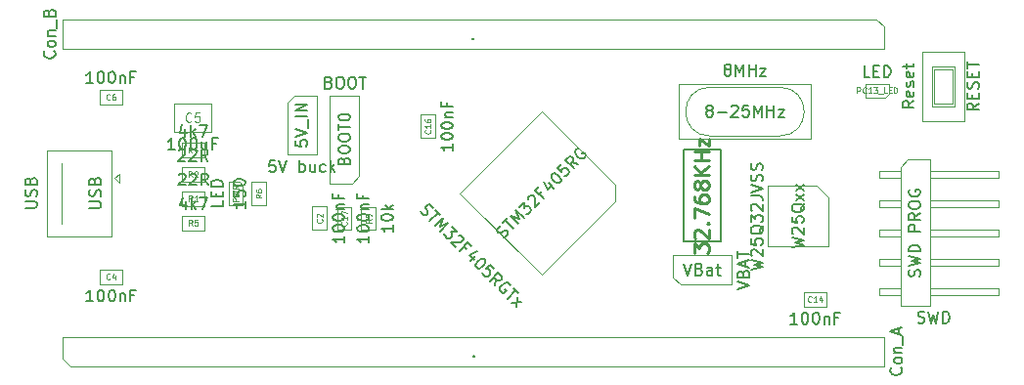
<source format=gbr>
%TF.GenerationSoftware,KiCad,Pcbnew,(5.1.10)-1*%
%TF.CreationDate,2021-08-29T21:18:51+07:00*%
%TF.ProjectId,stm32f405rgt6_Mini,73746d33-3266-4343-9035-726774365f4d,rev?*%
%TF.SameCoordinates,Original*%
%TF.FileFunction,Other,Fab,Top*%
%FSLAX46Y46*%
G04 Gerber Fmt 4.6, Leading zero omitted, Abs format (unit mm)*
G04 Created by KiCad (PCBNEW (5.1.10)-1) date 2021-08-29 21:18:51*
%MOMM*%
%LPD*%
G01*
G04 APERTURE LIST*
%ADD10C,0.100000*%
%ADD11C,0.200000*%
%ADD12C,0.150000*%
%ADD13C,0.080000*%
%ADD14C,0.120000*%
%ADD15C,0.254000*%
G04 APERTURE END LIST*
D10*
%TO.C,C2*%
X95511780Y-97156780D02*
X94261780Y-97156780D01*
X94261780Y-97156780D02*
X94261780Y-95156780D01*
X94261780Y-95156780D02*
X95511780Y-95156780D01*
X95511780Y-95156780D02*
X95511780Y-97156780D01*
%TO.C,C4*%
X75819760Y-101849080D02*
X75819760Y-100599080D01*
X75819760Y-100599080D02*
X77819760Y-100599080D01*
X77819760Y-100599080D02*
X77819760Y-101849080D01*
X77819760Y-101849080D02*
X75819760Y-101849080D01*
%TO.C,C5*%
X82296200Y-88702200D02*
X82296200Y-86202200D01*
X82296200Y-86202200D02*
X85496200Y-86202200D01*
X85496200Y-86202200D02*
X85496200Y-88702200D01*
X85496200Y-88702200D02*
X82296200Y-88702200D01*
%TO.C,C6*%
X77809600Y-85054280D02*
X77809600Y-86304280D01*
X77809600Y-86304280D02*
X75809600Y-86304280D01*
X75809600Y-86304280D02*
X75809600Y-85054280D01*
X75809600Y-85054280D02*
X77809600Y-85054280D01*
%TO.C,C14*%
X136777220Y-103817580D02*
X136777220Y-102567580D01*
X136777220Y-102567580D02*
X138777220Y-102567580D01*
X138777220Y-102567580D02*
X138777220Y-103817580D01*
X138777220Y-103817580D02*
X136777220Y-103817580D01*
%TO.C,C16*%
X104892000Y-89188800D02*
X103642000Y-89188800D01*
X103642000Y-89188800D02*
X103642000Y-87188800D01*
X103642000Y-87188800D02*
X104892000Y-87188800D01*
X104892000Y-87188800D02*
X104892000Y-89188800D01*
%TO.C,C17*%
X97637760Y-97166940D02*
X96387760Y-97166940D01*
X96387760Y-97166940D02*
X96387760Y-95166940D01*
X96387760Y-95166940D02*
X97637760Y-95166940D01*
X97637760Y-95166940D02*
X97637760Y-97166940D01*
%TO.C,PC13_LED*%
X142136620Y-84497620D02*
X142136620Y-85697620D01*
X144136620Y-84497620D02*
X142136620Y-84497620D01*
X144136620Y-85397620D02*
X144136620Y-84497620D01*
X143836620Y-85697620D02*
X144136620Y-85397620D01*
X142136620Y-85697620D02*
X143836620Y-85697620D01*
%TO.C,PWR*%
X88227460Y-95000320D02*
X88227460Y-93300320D01*
X88227460Y-93300320D02*
X87927460Y-93000320D01*
X87927460Y-93000320D02*
X87027460Y-93000320D01*
X87027460Y-93000320D02*
X87027460Y-95000320D01*
X87027460Y-95000320D02*
X88227460Y-95000320D01*
%TO.C,SWD PROG*%
X145789780Y-91081860D02*
X147694780Y-91081860D01*
X147694780Y-91081860D02*
X147694780Y-103781860D01*
X147694780Y-103781860D02*
X145154780Y-103781860D01*
X145154780Y-103781860D02*
X145154780Y-91716860D01*
X145154780Y-91716860D02*
X145789780Y-91081860D01*
X143334780Y-92031860D02*
X145154780Y-92031860D01*
X143334780Y-92031860D02*
X143334780Y-92671860D01*
X143334780Y-92671860D02*
X145154780Y-92671860D01*
X147694780Y-92031860D02*
X153694780Y-92031860D01*
X153694780Y-92031860D02*
X153694780Y-92671860D01*
X147694780Y-92671860D02*
X153694780Y-92671860D01*
X143334780Y-94571860D02*
X145154780Y-94571860D01*
X143334780Y-94571860D02*
X143334780Y-95211860D01*
X143334780Y-95211860D02*
X145154780Y-95211860D01*
X147694780Y-94571860D02*
X153694780Y-94571860D01*
X153694780Y-94571860D02*
X153694780Y-95211860D01*
X147694780Y-95211860D02*
X153694780Y-95211860D01*
X143334780Y-97111860D02*
X145154780Y-97111860D01*
X143334780Y-97111860D02*
X143334780Y-97751860D01*
X143334780Y-97751860D02*
X145154780Y-97751860D01*
X147694780Y-97111860D02*
X153694780Y-97111860D01*
X153694780Y-97111860D02*
X153694780Y-97751860D01*
X147694780Y-97751860D02*
X153694780Y-97751860D01*
X143334780Y-99651860D02*
X145154780Y-99651860D01*
X143334780Y-99651860D02*
X143334780Y-100291860D01*
X143334780Y-100291860D02*
X145154780Y-100291860D01*
X147694780Y-99651860D02*
X153694780Y-99651860D01*
X153694780Y-99651860D02*
X153694780Y-100291860D01*
X147694780Y-100291860D02*
X153694780Y-100291860D01*
X143334780Y-102191860D02*
X145154780Y-102191860D01*
X143334780Y-102191860D02*
X143334780Y-102831860D01*
X143334780Y-102831860D02*
X145154780Y-102831860D01*
X147694780Y-102191860D02*
X153694780Y-102191860D01*
X153694780Y-102191860D02*
X153694780Y-102831860D01*
X147694780Y-102831860D02*
X153694780Y-102831860D01*
%TO.C,USB*%
X77145760Y-92700320D02*
X77545760Y-93100320D01*
X77545760Y-93100320D02*
X77545760Y-92300320D01*
X77545760Y-92300320D02*
X77145760Y-92700320D01*
X71245760Y-90250320D02*
X76845760Y-90250320D01*
X71245760Y-97750320D02*
X71245760Y-90250320D01*
X76845760Y-97750320D02*
X71245760Y-97750320D01*
X76845760Y-90250320D02*
X76845760Y-97750320D01*
X72545760Y-91400320D02*
X72545760Y-96600320D01*
%TO.C,VBat*%
X126098300Y-101917500D02*
X125463300Y-101282500D01*
X130543300Y-101917500D02*
X126098300Y-101917500D01*
X130543300Y-99377500D02*
X130543300Y-101917500D01*
X125463300Y-99377500D02*
X130543300Y-99377500D01*
X125463300Y-101282500D02*
X125463300Y-99377500D01*
%TO.C,5V_IN*%
X92710000Y-85547200D02*
X94615000Y-85547200D01*
X94615000Y-85547200D02*
X94615000Y-90627200D01*
X94615000Y-90627200D02*
X92075000Y-90627200D01*
X92075000Y-90627200D02*
X92075000Y-86182200D01*
X92075000Y-86182200D02*
X92710000Y-85547200D01*
%TO.C,R1*%
X84947000Y-93857920D02*
X84947000Y-95107920D01*
X84947000Y-95107920D02*
X82947000Y-95107920D01*
X82947000Y-95107920D02*
X82947000Y-93857920D01*
X82947000Y-93857920D02*
X84947000Y-93857920D01*
%TO.C,R2*%
X82936840Y-91754800D02*
X84936840Y-91754800D01*
X82936840Y-93004800D02*
X82936840Y-91754800D01*
X84936840Y-93004800D02*
X82936840Y-93004800D01*
X84936840Y-91754800D02*
X84936840Y-93004800D01*
%TO.C,R4*%
X84921600Y-89646600D02*
X84921600Y-90896600D01*
X84921600Y-90896600D02*
X82921600Y-90896600D01*
X82921600Y-90896600D02*
X82921600Y-89646600D01*
X82921600Y-89646600D02*
X84921600Y-89646600D01*
%TO.C,R5*%
X82947000Y-95945800D02*
X84947000Y-95945800D01*
X82947000Y-97195800D02*
X82947000Y-95945800D01*
X84947000Y-97195800D02*
X82947000Y-97195800D01*
X84947000Y-95945800D02*
X84947000Y-97195800D01*
%TO.C,R6*%
X89009060Y-93023180D02*
X90259060Y-93023180D01*
X90259060Y-93023180D02*
X90259060Y-95023180D01*
X90259060Y-95023180D02*
X89009060Y-95023180D01*
X89009060Y-95023180D02*
X89009060Y-93023180D01*
%TO.C,R9*%
X99745960Y-95159320D02*
X99745960Y-97159320D01*
X98495960Y-95159320D02*
X99745960Y-95159320D01*
X98495960Y-97159320D02*
X98495960Y-95159320D01*
X99745960Y-97159320D02*
X98495960Y-97159320D01*
%TO.C,STM32F405RG*%
X120466760Y-94693108D02*
X114102799Y-101057069D01*
X114102799Y-101057069D02*
X107031731Y-93986001D01*
X107031731Y-93986001D02*
X114102799Y-86914933D01*
X114102799Y-86914933D02*
X120466760Y-93278894D01*
X120466760Y-93278894D02*
X120466760Y-94693108D01*
%TO.C,8-25MHz*%
X137399000Y-89268800D02*
X137399000Y-84568800D01*
X137399000Y-84568800D02*
X125999000Y-84568800D01*
X125999000Y-84568800D02*
X125999000Y-89268800D01*
X125999000Y-89268800D02*
X137399000Y-89268800D01*
X134714000Y-89033800D02*
X128684000Y-89033800D01*
X134714000Y-84803800D02*
X128684000Y-84803800D01*
X134714000Y-84803800D02*
G75*
G02*
X134714000Y-89033800I0J-2115000D01*
G01*
X128684000Y-84803800D02*
G75*
G03*
X128684000Y-89033800I0J-2115000D01*
G01*
D11*
%TO.C,32.768KHz*%
X126390600Y-98195900D02*
X126390600Y-90195900D01*
X126390600Y-90195900D02*
X129590600Y-90195900D01*
X129590600Y-90195900D02*
X129590600Y-98195900D01*
X129590600Y-98195900D02*
X126390600Y-98195900D01*
D10*
%TO.C,W25Qxx*%
X137936800Y-93371600D02*
X138936800Y-94371600D01*
X133706800Y-93371600D02*
X137936800Y-93371600D01*
X133706800Y-98601600D02*
X133706800Y-93371600D01*
X138936800Y-98601600D02*
X133706800Y-98601600D01*
X138936800Y-94371600D02*
X138936800Y-98601600D01*
%TO.C,RESET*%
X150677020Y-87749640D02*
X147077020Y-87749640D01*
X150677020Y-81749640D02*
X147077020Y-81749640D01*
X150677020Y-81749640D02*
X150677020Y-87749640D01*
X147077020Y-81749640D02*
X147077020Y-87749640D01*
X149677020Y-83249640D02*
X148077020Y-83249640D01*
X149677020Y-86249640D02*
X148077020Y-86249640D01*
X149677020Y-83249640D02*
X149677020Y-86249640D01*
X148077020Y-83249640D02*
X148077020Y-86249640D01*
X147877020Y-82999640D02*
X149877020Y-82999640D01*
X147877020Y-86499640D02*
X147877020Y-82999640D01*
X149877020Y-86499640D02*
X147877020Y-86499640D01*
X149877020Y-82999640D02*
X149877020Y-86499640D01*
%TO.C,BOOT0*%
X97688400Y-93141800D02*
X95783400Y-93141800D01*
X95783400Y-93141800D02*
X95783400Y-85521800D01*
X95783400Y-85521800D02*
X98323400Y-85521800D01*
X98323400Y-85521800D02*
X98323400Y-92506800D01*
X98323400Y-92506800D02*
X97688400Y-93141800D01*
%TO.C,.*%
X143093440Y-78933040D02*
X143728440Y-79568040D01*
X72608440Y-78933040D02*
X143093440Y-78933040D01*
X72608440Y-81473040D02*
X72608440Y-78933040D01*
X143728440Y-81473040D02*
X72608440Y-81473040D01*
X143728440Y-79568040D02*
X143728440Y-81473040D01*
X72654160Y-108351320D02*
X72654160Y-106446320D01*
X72654160Y-106446320D02*
X143774160Y-106446320D01*
X143774160Y-106446320D02*
X143774160Y-108986320D01*
X143774160Y-108986320D02*
X73289160Y-108986320D01*
X73289160Y-108986320D02*
X72654160Y-108351320D01*
%TD*%
%TO.C,C2*%
D12*
X97019160Y-97704399D02*
X97019160Y-98275827D01*
X97019160Y-97990113D02*
X96019160Y-97990113D01*
X96162018Y-98085351D01*
X96257256Y-98180589D01*
X96304875Y-98275827D01*
X96019160Y-97085351D02*
X96019160Y-96990113D01*
X96066780Y-96894875D01*
X96114399Y-96847256D01*
X96209637Y-96799637D01*
X96400113Y-96752018D01*
X96638208Y-96752018D01*
X96828684Y-96799637D01*
X96923922Y-96847256D01*
X96971541Y-96894875D01*
X97019160Y-96990113D01*
X97019160Y-97085351D01*
X96971541Y-97180589D01*
X96923922Y-97228208D01*
X96828684Y-97275827D01*
X96638208Y-97323446D01*
X96400113Y-97323446D01*
X96209637Y-97275827D01*
X96114399Y-97228208D01*
X96066780Y-97180589D01*
X96019160Y-97085351D01*
X96019160Y-96132970D02*
X96019160Y-96037732D01*
X96066780Y-95942494D01*
X96114399Y-95894875D01*
X96209637Y-95847256D01*
X96400113Y-95799637D01*
X96638208Y-95799637D01*
X96828684Y-95847256D01*
X96923922Y-95894875D01*
X96971541Y-95942494D01*
X97019160Y-96037732D01*
X97019160Y-96132970D01*
X96971541Y-96228208D01*
X96923922Y-96275827D01*
X96828684Y-96323446D01*
X96638208Y-96371065D01*
X96400113Y-96371065D01*
X96209637Y-96323446D01*
X96114399Y-96275827D01*
X96066780Y-96228208D01*
X96019160Y-96132970D01*
X96352494Y-95371065D02*
X97019160Y-95371065D01*
X96447732Y-95371065D02*
X96400113Y-95323446D01*
X96352494Y-95228208D01*
X96352494Y-95085351D01*
X96400113Y-94990113D01*
X96495351Y-94942494D01*
X97019160Y-94942494D01*
X96495351Y-94132970D02*
X96495351Y-94466303D01*
X97019160Y-94466303D02*
X96019160Y-94466303D01*
X96019160Y-93990113D01*
D13*
X95065351Y-96240113D02*
X95089160Y-96263922D01*
X95112970Y-96335351D01*
X95112970Y-96382970D01*
X95089160Y-96454399D01*
X95041541Y-96502018D01*
X94993922Y-96525827D01*
X94898684Y-96549637D01*
X94827256Y-96549637D01*
X94732018Y-96525827D01*
X94684399Y-96502018D01*
X94636780Y-96454399D01*
X94612970Y-96382970D01*
X94612970Y-96335351D01*
X94636780Y-96263922D01*
X94660589Y-96240113D01*
X94660589Y-96049637D02*
X94636780Y-96025827D01*
X94612970Y-95978208D01*
X94612970Y-95859160D01*
X94636780Y-95811541D01*
X94660589Y-95787732D01*
X94708208Y-95763922D01*
X94755827Y-95763922D01*
X94827256Y-95787732D01*
X95112970Y-96073446D01*
X95112970Y-95763922D01*
%TO.C,C4*%
D12*
X75272140Y-103356460D02*
X74700712Y-103356460D01*
X74986426Y-103356460D02*
X74986426Y-102356460D01*
X74891188Y-102499318D01*
X74795950Y-102594556D01*
X74700712Y-102642175D01*
X75891188Y-102356460D02*
X75986426Y-102356460D01*
X76081664Y-102404080D01*
X76129283Y-102451699D01*
X76176902Y-102546937D01*
X76224521Y-102737413D01*
X76224521Y-102975508D01*
X76176902Y-103165984D01*
X76129283Y-103261222D01*
X76081664Y-103308841D01*
X75986426Y-103356460D01*
X75891188Y-103356460D01*
X75795950Y-103308841D01*
X75748331Y-103261222D01*
X75700712Y-103165984D01*
X75653093Y-102975508D01*
X75653093Y-102737413D01*
X75700712Y-102546937D01*
X75748331Y-102451699D01*
X75795950Y-102404080D01*
X75891188Y-102356460D01*
X76843569Y-102356460D02*
X76938807Y-102356460D01*
X77034045Y-102404080D01*
X77081664Y-102451699D01*
X77129283Y-102546937D01*
X77176902Y-102737413D01*
X77176902Y-102975508D01*
X77129283Y-103165984D01*
X77081664Y-103261222D01*
X77034045Y-103308841D01*
X76938807Y-103356460D01*
X76843569Y-103356460D01*
X76748331Y-103308841D01*
X76700712Y-103261222D01*
X76653093Y-103165984D01*
X76605474Y-102975508D01*
X76605474Y-102737413D01*
X76653093Y-102546937D01*
X76700712Y-102451699D01*
X76748331Y-102404080D01*
X76843569Y-102356460D01*
X77605474Y-102689794D02*
X77605474Y-103356460D01*
X77605474Y-102785032D02*
X77653093Y-102737413D01*
X77748331Y-102689794D01*
X77891188Y-102689794D01*
X77986426Y-102737413D01*
X78034045Y-102832651D01*
X78034045Y-103356460D01*
X78843569Y-102832651D02*
X78510236Y-102832651D01*
X78510236Y-103356460D02*
X78510236Y-102356460D01*
X78986426Y-102356460D01*
D13*
X76736426Y-101402651D02*
X76712617Y-101426460D01*
X76641188Y-101450270D01*
X76593569Y-101450270D01*
X76522140Y-101426460D01*
X76474521Y-101378841D01*
X76450712Y-101331222D01*
X76426902Y-101235984D01*
X76426902Y-101164556D01*
X76450712Y-101069318D01*
X76474521Y-101021699D01*
X76522140Y-100974080D01*
X76593569Y-100950270D01*
X76641188Y-100950270D01*
X76712617Y-100974080D01*
X76736426Y-100997889D01*
X77164998Y-101116937D02*
X77164998Y-101450270D01*
X77045950Y-100926460D02*
X76926902Y-101283603D01*
X77236426Y-101283603D01*
%TO.C,C5*%
D12*
X82348580Y-90204580D02*
X81777152Y-90204580D01*
X82062866Y-90204580D02*
X82062866Y-89204580D01*
X81967628Y-89347438D01*
X81872390Y-89442676D01*
X81777152Y-89490295D01*
X82967628Y-89204580D02*
X83062866Y-89204580D01*
X83158104Y-89252200D01*
X83205723Y-89299819D01*
X83253342Y-89395057D01*
X83300961Y-89585533D01*
X83300961Y-89823628D01*
X83253342Y-90014104D01*
X83205723Y-90109342D01*
X83158104Y-90156961D01*
X83062866Y-90204580D01*
X82967628Y-90204580D01*
X82872390Y-90156961D01*
X82824771Y-90109342D01*
X82777152Y-90014104D01*
X82729533Y-89823628D01*
X82729533Y-89585533D01*
X82777152Y-89395057D01*
X82824771Y-89299819D01*
X82872390Y-89252200D01*
X82967628Y-89204580D01*
X83920009Y-89204580D02*
X84015247Y-89204580D01*
X84110485Y-89252200D01*
X84158104Y-89299819D01*
X84205723Y-89395057D01*
X84253342Y-89585533D01*
X84253342Y-89823628D01*
X84205723Y-90014104D01*
X84158104Y-90109342D01*
X84110485Y-90156961D01*
X84015247Y-90204580D01*
X83920009Y-90204580D01*
X83824771Y-90156961D01*
X83777152Y-90109342D01*
X83729533Y-90014104D01*
X83681914Y-89823628D01*
X83681914Y-89585533D01*
X83729533Y-89395057D01*
X83777152Y-89299819D01*
X83824771Y-89252200D01*
X83920009Y-89204580D01*
X85110485Y-89537914D02*
X85110485Y-90204580D01*
X84681914Y-89537914D02*
X84681914Y-90061723D01*
X84729533Y-90156961D01*
X84824771Y-90204580D01*
X84967628Y-90204580D01*
X85062866Y-90156961D01*
X85110485Y-90109342D01*
X85920009Y-89680771D02*
X85586676Y-89680771D01*
X85586676Y-90204580D02*
X85586676Y-89204580D01*
X86062866Y-89204580D01*
D14*
X83762866Y-87737914D02*
X83724771Y-87776009D01*
X83610485Y-87814104D01*
X83534295Y-87814104D01*
X83420009Y-87776009D01*
X83343819Y-87699819D01*
X83305723Y-87623628D01*
X83267628Y-87471247D01*
X83267628Y-87356961D01*
X83305723Y-87204580D01*
X83343819Y-87128390D01*
X83420009Y-87052200D01*
X83534295Y-87014104D01*
X83610485Y-87014104D01*
X83724771Y-87052200D01*
X83762866Y-87090295D01*
X84486676Y-87014104D02*
X84105723Y-87014104D01*
X84067628Y-87395057D01*
X84105723Y-87356961D01*
X84181914Y-87318866D01*
X84372390Y-87318866D01*
X84448580Y-87356961D01*
X84486676Y-87395057D01*
X84524771Y-87471247D01*
X84524771Y-87661723D01*
X84486676Y-87737914D01*
X84448580Y-87776009D01*
X84372390Y-87814104D01*
X84181914Y-87814104D01*
X84105723Y-87776009D01*
X84067628Y-87737914D01*
%TO.C,C6*%
D12*
X75261980Y-84451660D02*
X74690552Y-84451660D01*
X74976266Y-84451660D02*
X74976266Y-83451660D01*
X74881028Y-83594518D01*
X74785790Y-83689756D01*
X74690552Y-83737375D01*
X75881028Y-83451660D02*
X75976266Y-83451660D01*
X76071504Y-83499280D01*
X76119123Y-83546899D01*
X76166742Y-83642137D01*
X76214361Y-83832613D01*
X76214361Y-84070708D01*
X76166742Y-84261184D01*
X76119123Y-84356422D01*
X76071504Y-84404041D01*
X75976266Y-84451660D01*
X75881028Y-84451660D01*
X75785790Y-84404041D01*
X75738171Y-84356422D01*
X75690552Y-84261184D01*
X75642933Y-84070708D01*
X75642933Y-83832613D01*
X75690552Y-83642137D01*
X75738171Y-83546899D01*
X75785790Y-83499280D01*
X75881028Y-83451660D01*
X76833409Y-83451660D02*
X76928647Y-83451660D01*
X77023885Y-83499280D01*
X77071504Y-83546899D01*
X77119123Y-83642137D01*
X77166742Y-83832613D01*
X77166742Y-84070708D01*
X77119123Y-84261184D01*
X77071504Y-84356422D01*
X77023885Y-84404041D01*
X76928647Y-84451660D01*
X76833409Y-84451660D01*
X76738171Y-84404041D01*
X76690552Y-84356422D01*
X76642933Y-84261184D01*
X76595314Y-84070708D01*
X76595314Y-83832613D01*
X76642933Y-83642137D01*
X76690552Y-83546899D01*
X76738171Y-83499280D01*
X76833409Y-83451660D01*
X77595314Y-83784994D02*
X77595314Y-84451660D01*
X77595314Y-83880232D02*
X77642933Y-83832613D01*
X77738171Y-83784994D01*
X77881028Y-83784994D01*
X77976266Y-83832613D01*
X78023885Y-83927851D01*
X78023885Y-84451660D01*
X78833409Y-83927851D02*
X78500076Y-83927851D01*
X78500076Y-84451660D02*
X78500076Y-83451660D01*
X78976266Y-83451660D01*
D13*
X76726266Y-85857851D02*
X76702457Y-85881660D01*
X76631028Y-85905470D01*
X76583409Y-85905470D01*
X76511980Y-85881660D01*
X76464361Y-85834041D01*
X76440552Y-85786422D01*
X76416742Y-85691184D01*
X76416742Y-85619756D01*
X76440552Y-85524518D01*
X76464361Y-85476899D01*
X76511980Y-85429280D01*
X76583409Y-85405470D01*
X76631028Y-85405470D01*
X76702457Y-85429280D01*
X76726266Y-85453089D01*
X77154838Y-85405470D02*
X77059600Y-85405470D01*
X77011980Y-85429280D01*
X76988171Y-85453089D01*
X76940552Y-85524518D01*
X76916742Y-85619756D01*
X76916742Y-85810232D01*
X76940552Y-85857851D01*
X76964361Y-85881660D01*
X77011980Y-85905470D01*
X77107219Y-85905470D01*
X77154838Y-85881660D01*
X77178647Y-85857851D01*
X77202457Y-85810232D01*
X77202457Y-85691184D01*
X77178647Y-85643565D01*
X77154838Y-85619756D01*
X77107219Y-85595946D01*
X77011980Y-85595946D01*
X76964361Y-85619756D01*
X76940552Y-85643565D01*
X76916742Y-85691184D01*
%TO.C,C14*%
D12*
X136229600Y-105324960D02*
X135658172Y-105324960D01*
X135943886Y-105324960D02*
X135943886Y-104324960D01*
X135848648Y-104467818D01*
X135753410Y-104563056D01*
X135658172Y-104610675D01*
X136848648Y-104324960D02*
X136943886Y-104324960D01*
X137039124Y-104372580D01*
X137086743Y-104420199D01*
X137134362Y-104515437D01*
X137181981Y-104705913D01*
X137181981Y-104944008D01*
X137134362Y-105134484D01*
X137086743Y-105229722D01*
X137039124Y-105277341D01*
X136943886Y-105324960D01*
X136848648Y-105324960D01*
X136753410Y-105277341D01*
X136705791Y-105229722D01*
X136658172Y-105134484D01*
X136610553Y-104944008D01*
X136610553Y-104705913D01*
X136658172Y-104515437D01*
X136705791Y-104420199D01*
X136753410Y-104372580D01*
X136848648Y-104324960D01*
X137801029Y-104324960D02*
X137896267Y-104324960D01*
X137991505Y-104372580D01*
X138039124Y-104420199D01*
X138086743Y-104515437D01*
X138134362Y-104705913D01*
X138134362Y-104944008D01*
X138086743Y-105134484D01*
X138039124Y-105229722D01*
X137991505Y-105277341D01*
X137896267Y-105324960D01*
X137801029Y-105324960D01*
X137705791Y-105277341D01*
X137658172Y-105229722D01*
X137610553Y-105134484D01*
X137562934Y-104944008D01*
X137562934Y-104705913D01*
X137610553Y-104515437D01*
X137658172Y-104420199D01*
X137705791Y-104372580D01*
X137801029Y-104324960D01*
X138562934Y-104658294D02*
X138562934Y-105324960D01*
X138562934Y-104753532D02*
X138610553Y-104705913D01*
X138705791Y-104658294D01*
X138848648Y-104658294D01*
X138943886Y-104705913D01*
X138991505Y-104801151D01*
X138991505Y-105324960D01*
X139801029Y-104801151D02*
X139467696Y-104801151D01*
X139467696Y-105324960D02*
X139467696Y-104324960D01*
X139943886Y-104324960D01*
D13*
X137455791Y-103371151D02*
X137431981Y-103394960D01*
X137360553Y-103418770D01*
X137312934Y-103418770D01*
X137241505Y-103394960D01*
X137193886Y-103347341D01*
X137170077Y-103299722D01*
X137146267Y-103204484D01*
X137146267Y-103133056D01*
X137170077Y-103037818D01*
X137193886Y-102990199D01*
X137241505Y-102942580D01*
X137312934Y-102918770D01*
X137360553Y-102918770D01*
X137431981Y-102942580D01*
X137455791Y-102966389D01*
X137931981Y-103418770D02*
X137646267Y-103418770D01*
X137789124Y-103418770D02*
X137789124Y-102918770D01*
X137741505Y-102990199D01*
X137693886Y-103037818D01*
X137646267Y-103061627D01*
X138360553Y-103085437D02*
X138360553Y-103418770D01*
X138241505Y-102894960D02*
X138122458Y-103252103D01*
X138431981Y-103252103D01*
%TO.C,C16*%
D12*
X106399380Y-89736419D02*
X106399380Y-90307847D01*
X106399380Y-90022133D02*
X105399380Y-90022133D01*
X105542238Y-90117371D01*
X105637476Y-90212609D01*
X105685095Y-90307847D01*
X105399380Y-89117371D02*
X105399380Y-89022133D01*
X105447000Y-88926895D01*
X105494619Y-88879276D01*
X105589857Y-88831657D01*
X105780333Y-88784038D01*
X106018428Y-88784038D01*
X106208904Y-88831657D01*
X106304142Y-88879276D01*
X106351761Y-88926895D01*
X106399380Y-89022133D01*
X106399380Y-89117371D01*
X106351761Y-89212609D01*
X106304142Y-89260228D01*
X106208904Y-89307847D01*
X106018428Y-89355466D01*
X105780333Y-89355466D01*
X105589857Y-89307847D01*
X105494619Y-89260228D01*
X105447000Y-89212609D01*
X105399380Y-89117371D01*
X105399380Y-88164990D02*
X105399380Y-88069752D01*
X105447000Y-87974514D01*
X105494619Y-87926895D01*
X105589857Y-87879276D01*
X105780333Y-87831657D01*
X106018428Y-87831657D01*
X106208904Y-87879276D01*
X106304142Y-87926895D01*
X106351761Y-87974514D01*
X106399380Y-88069752D01*
X106399380Y-88164990D01*
X106351761Y-88260228D01*
X106304142Y-88307847D01*
X106208904Y-88355466D01*
X106018428Y-88403085D01*
X105780333Y-88403085D01*
X105589857Y-88355466D01*
X105494619Y-88307847D01*
X105447000Y-88260228D01*
X105399380Y-88164990D01*
X105732714Y-87403085D02*
X106399380Y-87403085D01*
X105827952Y-87403085D02*
X105780333Y-87355466D01*
X105732714Y-87260228D01*
X105732714Y-87117371D01*
X105780333Y-87022133D01*
X105875571Y-86974514D01*
X106399380Y-86974514D01*
X105875571Y-86164990D02*
X105875571Y-86498323D01*
X106399380Y-86498323D02*
X105399380Y-86498323D01*
X105399380Y-86022133D01*
D13*
X104445571Y-88510228D02*
X104469380Y-88534038D01*
X104493190Y-88605466D01*
X104493190Y-88653085D01*
X104469380Y-88724514D01*
X104421761Y-88772133D01*
X104374142Y-88795942D01*
X104278904Y-88819752D01*
X104207476Y-88819752D01*
X104112238Y-88795942D01*
X104064619Y-88772133D01*
X104017000Y-88724514D01*
X103993190Y-88653085D01*
X103993190Y-88605466D01*
X104017000Y-88534038D01*
X104040809Y-88510228D01*
X104493190Y-88034038D02*
X104493190Y-88319752D01*
X104493190Y-88176895D02*
X103993190Y-88176895D01*
X104064619Y-88224514D01*
X104112238Y-88272133D01*
X104136047Y-88319752D01*
X103993190Y-87605466D02*
X103993190Y-87700704D01*
X104017000Y-87748323D01*
X104040809Y-87772133D01*
X104112238Y-87819752D01*
X104207476Y-87843561D01*
X104397952Y-87843561D01*
X104445571Y-87819752D01*
X104469380Y-87795942D01*
X104493190Y-87748323D01*
X104493190Y-87653085D01*
X104469380Y-87605466D01*
X104445571Y-87581657D01*
X104397952Y-87557847D01*
X104278904Y-87557847D01*
X104231285Y-87581657D01*
X104207476Y-87605466D01*
X104183666Y-87653085D01*
X104183666Y-87748323D01*
X104207476Y-87795942D01*
X104231285Y-87819752D01*
X104278904Y-87843561D01*
%TO.C,C17*%
D12*
X99145140Y-97714559D02*
X99145140Y-98285987D01*
X99145140Y-98000273D02*
X98145140Y-98000273D01*
X98287998Y-98095511D01*
X98383236Y-98190749D01*
X98430855Y-98285987D01*
X98145140Y-97095511D02*
X98145140Y-97000273D01*
X98192760Y-96905035D01*
X98240379Y-96857416D01*
X98335617Y-96809797D01*
X98526093Y-96762178D01*
X98764188Y-96762178D01*
X98954664Y-96809797D01*
X99049902Y-96857416D01*
X99097521Y-96905035D01*
X99145140Y-97000273D01*
X99145140Y-97095511D01*
X99097521Y-97190749D01*
X99049902Y-97238368D01*
X98954664Y-97285987D01*
X98764188Y-97333606D01*
X98526093Y-97333606D01*
X98335617Y-97285987D01*
X98240379Y-97238368D01*
X98192760Y-97190749D01*
X98145140Y-97095511D01*
X98145140Y-96143130D02*
X98145140Y-96047892D01*
X98192760Y-95952654D01*
X98240379Y-95905035D01*
X98335617Y-95857416D01*
X98526093Y-95809797D01*
X98764188Y-95809797D01*
X98954664Y-95857416D01*
X99049902Y-95905035D01*
X99097521Y-95952654D01*
X99145140Y-96047892D01*
X99145140Y-96143130D01*
X99097521Y-96238368D01*
X99049902Y-96285987D01*
X98954664Y-96333606D01*
X98764188Y-96381225D01*
X98526093Y-96381225D01*
X98335617Y-96333606D01*
X98240379Y-96285987D01*
X98192760Y-96238368D01*
X98145140Y-96143130D01*
X98478474Y-95381225D02*
X99145140Y-95381225D01*
X98573712Y-95381225D02*
X98526093Y-95333606D01*
X98478474Y-95238368D01*
X98478474Y-95095511D01*
X98526093Y-95000273D01*
X98621331Y-94952654D01*
X99145140Y-94952654D01*
X98621331Y-94143130D02*
X98621331Y-94476463D01*
X99145140Y-94476463D02*
X98145140Y-94476463D01*
X98145140Y-94000273D01*
D13*
X97191331Y-96488368D02*
X97215140Y-96512178D01*
X97238950Y-96583606D01*
X97238950Y-96631225D01*
X97215140Y-96702654D01*
X97167521Y-96750273D01*
X97119902Y-96774082D01*
X97024664Y-96797892D01*
X96953236Y-96797892D01*
X96857998Y-96774082D01*
X96810379Y-96750273D01*
X96762760Y-96702654D01*
X96738950Y-96631225D01*
X96738950Y-96583606D01*
X96762760Y-96512178D01*
X96786569Y-96488368D01*
X97238950Y-96012178D02*
X97238950Y-96297892D01*
X97238950Y-96155035D02*
X96738950Y-96155035D01*
X96810379Y-96202654D01*
X96857998Y-96250273D01*
X96881807Y-96297892D01*
X96738950Y-95845511D02*
X96738950Y-95512178D01*
X97238950Y-95726463D01*
%TO.C,PC13_LED*%
D12*
X142493762Y-83950000D02*
X142017572Y-83950000D01*
X142017572Y-82950000D01*
X142827096Y-83426191D02*
X143160429Y-83426191D01*
X143303286Y-83950000D02*
X142827096Y-83950000D01*
X142827096Y-82950000D01*
X143303286Y-82950000D01*
X143731858Y-83950000D02*
X143731858Y-82950000D01*
X143969953Y-82950000D01*
X144112810Y-82997620D01*
X144208048Y-83092858D01*
X144255667Y-83188096D01*
X144303286Y-83378572D01*
X144303286Y-83521429D01*
X144255667Y-83711905D01*
X144208048Y-83807143D01*
X144112810Y-83902381D01*
X143969953Y-83950000D01*
X143731858Y-83950000D01*
D13*
X141410429Y-85323810D02*
X141410429Y-84823810D01*
X141600905Y-84823810D01*
X141648524Y-84847620D01*
X141672334Y-84871429D01*
X141696143Y-84919048D01*
X141696143Y-84990477D01*
X141672334Y-85038096D01*
X141648524Y-85061905D01*
X141600905Y-85085715D01*
X141410429Y-85085715D01*
X142196143Y-85276191D02*
X142172334Y-85300000D01*
X142100905Y-85323810D01*
X142053286Y-85323810D01*
X141981858Y-85300000D01*
X141934239Y-85252381D01*
X141910429Y-85204762D01*
X141886620Y-85109524D01*
X141886620Y-85038096D01*
X141910429Y-84942858D01*
X141934239Y-84895239D01*
X141981858Y-84847620D01*
X142053286Y-84823810D01*
X142100905Y-84823810D01*
X142172334Y-84847620D01*
X142196143Y-84871429D01*
X142672334Y-85323810D02*
X142386620Y-85323810D01*
X142529477Y-85323810D02*
X142529477Y-84823810D01*
X142481858Y-84895239D01*
X142434239Y-84942858D01*
X142386620Y-84966667D01*
X142839000Y-84823810D02*
X143148524Y-84823810D01*
X142981858Y-85014286D01*
X143053286Y-85014286D01*
X143100905Y-85038096D01*
X143124715Y-85061905D01*
X143148524Y-85109524D01*
X143148524Y-85228572D01*
X143124715Y-85276191D01*
X143100905Y-85300000D01*
X143053286Y-85323810D01*
X142910429Y-85323810D01*
X142862810Y-85300000D01*
X142839000Y-85276191D01*
X143243762Y-85371429D02*
X143624715Y-85371429D01*
X143981858Y-85323810D02*
X143743762Y-85323810D01*
X143743762Y-84823810D01*
X144148524Y-85061905D02*
X144315191Y-85061905D01*
X144386620Y-85323810D02*
X144148524Y-85323810D01*
X144148524Y-84823810D01*
X144386620Y-84823810D01*
X144600905Y-85323810D02*
X144600905Y-84823810D01*
X144719953Y-84823810D01*
X144791381Y-84847620D01*
X144839000Y-84895239D01*
X144862810Y-84942858D01*
X144886620Y-85038096D01*
X144886620Y-85109524D01*
X144862810Y-85204762D01*
X144839000Y-85252381D01*
X144791381Y-85300000D01*
X144719953Y-85323810D01*
X144600905Y-85323810D01*
%TO.C,PWR*%
D12*
X86479840Y-94643177D02*
X86479840Y-95119367D01*
X85479840Y-95119367D01*
X85956031Y-94309843D02*
X85956031Y-93976510D01*
X86479840Y-93833653D02*
X86479840Y-94309843D01*
X85479840Y-94309843D01*
X85479840Y-93833653D01*
X86479840Y-93405081D02*
X85479840Y-93405081D01*
X85479840Y-93166986D01*
X85527460Y-93024129D01*
X85622698Y-92928891D01*
X85717936Y-92881272D01*
X85908412Y-92833653D01*
X86051269Y-92833653D01*
X86241745Y-92881272D01*
X86336983Y-92928891D01*
X86432221Y-93024129D01*
X86479840Y-93166986D01*
X86479840Y-93405081D01*
D13*
X87853650Y-94666986D02*
X87353650Y-94666986D01*
X87353650Y-94476510D01*
X87377460Y-94428891D01*
X87401269Y-94405081D01*
X87448888Y-94381272D01*
X87520317Y-94381272D01*
X87567936Y-94405081D01*
X87591745Y-94428891D01*
X87615555Y-94476510D01*
X87615555Y-94666986D01*
X87353650Y-94214605D02*
X87853650Y-94095558D01*
X87496507Y-94000320D01*
X87853650Y-93905081D01*
X87353650Y-93786034D01*
X87853650Y-93309843D02*
X87615555Y-93476510D01*
X87853650Y-93595558D02*
X87353650Y-93595558D01*
X87353650Y-93405081D01*
X87377460Y-93357462D01*
X87401269Y-93333653D01*
X87448888Y-93309843D01*
X87520317Y-93309843D01*
X87567936Y-93333653D01*
X87591745Y-93357462D01*
X87615555Y-93405081D01*
X87615555Y-93595558D01*
%TO.C,SWD PROG*%
D12*
X146682637Y-105186621D02*
X146825494Y-105234240D01*
X147063589Y-105234240D01*
X147158827Y-105186621D01*
X147206446Y-105139002D01*
X147254065Y-105043764D01*
X147254065Y-104948526D01*
X147206446Y-104853288D01*
X147158827Y-104805669D01*
X147063589Y-104758050D01*
X146873113Y-104710431D01*
X146777875Y-104662812D01*
X146730256Y-104615193D01*
X146682637Y-104519955D01*
X146682637Y-104424717D01*
X146730256Y-104329479D01*
X146777875Y-104281860D01*
X146873113Y-104234240D01*
X147111208Y-104234240D01*
X147254065Y-104281860D01*
X147587399Y-104234240D02*
X147825494Y-105234240D01*
X148015970Y-104519955D01*
X148206446Y-105234240D01*
X148444541Y-104234240D01*
X148825494Y-105234240D02*
X148825494Y-104234240D01*
X149063589Y-104234240D01*
X149206446Y-104281860D01*
X149301684Y-104377098D01*
X149349303Y-104472336D01*
X149396922Y-104662812D01*
X149396922Y-104805669D01*
X149349303Y-104996145D01*
X149301684Y-105091383D01*
X149206446Y-105186621D01*
X149063589Y-105234240D01*
X148825494Y-105234240D01*
X146829541Y-101193764D02*
X146877160Y-101050907D01*
X146877160Y-100812812D01*
X146829541Y-100717574D01*
X146781922Y-100669955D01*
X146686684Y-100622336D01*
X146591446Y-100622336D01*
X146496208Y-100669955D01*
X146448589Y-100717574D01*
X146400970Y-100812812D01*
X146353351Y-101003288D01*
X146305732Y-101098526D01*
X146258113Y-101146145D01*
X146162875Y-101193764D01*
X146067637Y-101193764D01*
X145972399Y-101146145D01*
X145924780Y-101098526D01*
X145877160Y-101003288D01*
X145877160Y-100765193D01*
X145924780Y-100622336D01*
X145877160Y-100289002D02*
X146877160Y-100050907D01*
X146162875Y-99860431D01*
X146877160Y-99669955D01*
X145877160Y-99431860D01*
X146877160Y-99050907D02*
X145877160Y-99050907D01*
X145877160Y-98812812D01*
X145924780Y-98669955D01*
X146020018Y-98574717D01*
X146115256Y-98527098D01*
X146305732Y-98479479D01*
X146448589Y-98479479D01*
X146639065Y-98527098D01*
X146734303Y-98574717D01*
X146829541Y-98669955D01*
X146877160Y-98812812D01*
X146877160Y-99050907D01*
X146877160Y-97289002D02*
X145877160Y-97289002D01*
X145877160Y-96908050D01*
X145924780Y-96812812D01*
X145972399Y-96765193D01*
X146067637Y-96717574D01*
X146210494Y-96717574D01*
X146305732Y-96765193D01*
X146353351Y-96812812D01*
X146400970Y-96908050D01*
X146400970Y-97289002D01*
X146877160Y-95717574D02*
X146400970Y-96050907D01*
X146877160Y-96289002D02*
X145877160Y-96289002D01*
X145877160Y-95908050D01*
X145924780Y-95812812D01*
X145972399Y-95765193D01*
X146067637Y-95717574D01*
X146210494Y-95717574D01*
X146305732Y-95765193D01*
X146353351Y-95812812D01*
X146400970Y-95908050D01*
X146400970Y-96289002D01*
X145877160Y-95098526D02*
X145877160Y-94908050D01*
X145924780Y-94812812D01*
X146020018Y-94717574D01*
X146210494Y-94669955D01*
X146543827Y-94669955D01*
X146734303Y-94717574D01*
X146829541Y-94812812D01*
X146877160Y-94908050D01*
X146877160Y-95098526D01*
X146829541Y-95193764D01*
X146734303Y-95289002D01*
X146543827Y-95336621D01*
X146210494Y-95336621D01*
X146020018Y-95289002D01*
X145924780Y-95193764D01*
X145877160Y-95098526D01*
X145924780Y-93717574D02*
X145877160Y-93812812D01*
X145877160Y-93955669D01*
X145924780Y-94098526D01*
X146020018Y-94193764D01*
X146115256Y-94241383D01*
X146305732Y-94289002D01*
X146448589Y-94289002D01*
X146639065Y-94241383D01*
X146734303Y-94193764D01*
X146829541Y-94098526D01*
X146877160Y-93955669D01*
X146877160Y-93860431D01*
X146829541Y-93717574D01*
X146781922Y-93669955D01*
X146448589Y-93669955D01*
X146448589Y-93860431D01*
%TO.C,USB*%
X69398140Y-95262224D02*
X70207664Y-95262224D01*
X70302902Y-95214605D01*
X70350521Y-95166986D01*
X70398140Y-95071748D01*
X70398140Y-94881272D01*
X70350521Y-94786034D01*
X70302902Y-94738415D01*
X70207664Y-94690796D01*
X69398140Y-94690796D01*
X70350521Y-94262224D02*
X70398140Y-94119367D01*
X70398140Y-93881272D01*
X70350521Y-93786034D01*
X70302902Y-93738415D01*
X70207664Y-93690796D01*
X70112426Y-93690796D01*
X70017188Y-93738415D01*
X69969569Y-93786034D01*
X69921950Y-93881272D01*
X69874331Y-94071748D01*
X69826712Y-94166986D01*
X69779093Y-94214605D01*
X69683855Y-94262224D01*
X69588617Y-94262224D01*
X69493379Y-94214605D01*
X69445760Y-94166986D01*
X69398140Y-94071748D01*
X69398140Y-93833653D01*
X69445760Y-93690796D01*
X69874331Y-92928891D02*
X69921950Y-92786034D01*
X69969569Y-92738415D01*
X70064807Y-92690796D01*
X70207664Y-92690796D01*
X70302902Y-92738415D01*
X70350521Y-92786034D01*
X70398140Y-92881272D01*
X70398140Y-93262224D01*
X69398140Y-93262224D01*
X69398140Y-92928891D01*
X69445760Y-92833653D01*
X69493379Y-92786034D01*
X69588617Y-92738415D01*
X69683855Y-92738415D01*
X69779093Y-92786034D01*
X69826712Y-92833653D01*
X69874331Y-92928891D01*
X69874331Y-93262224D01*
X74948140Y-95262224D02*
X75757664Y-95262224D01*
X75852902Y-95214605D01*
X75900521Y-95166986D01*
X75948140Y-95071748D01*
X75948140Y-94881272D01*
X75900521Y-94786034D01*
X75852902Y-94738415D01*
X75757664Y-94690796D01*
X74948140Y-94690796D01*
X75900521Y-94262224D02*
X75948140Y-94119367D01*
X75948140Y-93881272D01*
X75900521Y-93786034D01*
X75852902Y-93738415D01*
X75757664Y-93690796D01*
X75662426Y-93690796D01*
X75567188Y-93738415D01*
X75519569Y-93786034D01*
X75471950Y-93881272D01*
X75424331Y-94071748D01*
X75376712Y-94166986D01*
X75329093Y-94214605D01*
X75233855Y-94262224D01*
X75138617Y-94262224D01*
X75043379Y-94214605D01*
X74995760Y-94166986D01*
X74948140Y-94071748D01*
X74948140Y-93833653D01*
X74995760Y-93690796D01*
X75424331Y-92928891D02*
X75471950Y-92786034D01*
X75519569Y-92738415D01*
X75614807Y-92690796D01*
X75757664Y-92690796D01*
X75852902Y-92738415D01*
X75900521Y-92786034D01*
X75948140Y-92881272D01*
X75948140Y-93262224D01*
X74948140Y-93262224D01*
X74948140Y-92928891D01*
X74995760Y-92833653D01*
X75043379Y-92786034D01*
X75138617Y-92738415D01*
X75233855Y-92738415D01*
X75329093Y-92786034D01*
X75376712Y-92833653D01*
X75424331Y-92928891D01*
X75424331Y-93262224D01*
%TO.C,VBat*%
X131055680Y-102290357D02*
X132055680Y-101957023D01*
X131055680Y-101623690D01*
X131531871Y-100957023D02*
X131579490Y-100814166D01*
X131627109Y-100766547D01*
X131722347Y-100718928D01*
X131865204Y-100718928D01*
X131960442Y-100766547D01*
X132008061Y-100814166D01*
X132055680Y-100909404D01*
X132055680Y-101290357D01*
X131055680Y-101290357D01*
X131055680Y-100957023D01*
X131103300Y-100861785D01*
X131150919Y-100814166D01*
X131246157Y-100766547D01*
X131341395Y-100766547D01*
X131436633Y-100814166D01*
X131484252Y-100861785D01*
X131531871Y-100957023D01*
X131531871Y-101290357D01*
X131769966Y-100337976D02*
X131769966Y-99861785D01*
X132055680Y-100433214D02*
X131055680Y-100099880D01*
X132055680Y-99766547D01*
X131055680Y-99576071D02*
X131055680Y-99004642D01*
X132055680Y-99290357D02*
X131055680Y-99290357D01*
X126431871Y-100099880D02*
X126765204Y-101099880D01*
X127098538Y-100099880D01*
X127765204Y-100576071D02*
X127908061Y-100623690D01*
X127955680Y-100671309D01*
X128003300Y-100766547D01*
X128003300Y-100909404D01*
X127955680Y-101004642D01*
X127908061Y-101052261D01*
X127812823Y-101099880D01*
X127431871Y-101099880D01*
X127431871Y-100099880D01*
X127765204Y-100099880D01*
X127860442Y-100147500D01*
X127908061Y-100195119D01*
X127955680Y-100290357D01*
X127955680Y-100385595D01*
X127908061Y-100480833D01*
X127860442Y-100528452D01*
X127765204Y-100576071D01*
X127431871Y-100576071D01*
X128860442Y-101099880D02*
X128860442Y-100576071D01*
X128812823Y-100480833D01*
X128717585Y-100433214D01*
X128527109Y-100433214D01*
X128431871Y-100480833D01*
X128860442Y-101052261D02*
X128765204Y-101099880D01*
X128527109Y-101099880D01*
X128431871Y-101052261D01*
X128384252Y-100957023D01*
X128384252Y-100861785D01*
X128431871Y-100766547D01*
X128527109Y-100718928D01*
X128765204Y-100718928D01*
X128860442Y-100671309D01*
X129193776Y-100433214D02*
X129574728Y-100433214D01*
X129336633Y-100099880D02*
X129336633Y-100957023D01*
X129384252Y-101052261D01*
X129479490Y-101099880D01*
X129574728Y-101099880D01*
%TO.C,5V_IN*%
X91035476Y-91139580D02*
X90559285Y-91139580D01*
X90511666Y-91615771D01*
X90559285Y-91568152D01*
X90654523Y-91520533D01*
X90892619Y-91520533D01*
X90987857Y-91568152D01*
X91035476Y-91615771D01*
X91083095Y-91711009D01*
X91083095Y-91949104D01*
X91035476Y-92044342D01*
X90987857Y-92091961D01*
X90892619Y-92139580D01*
X90654523Y-92139580D01*
X90559285Y-92091961D01*
X90511666Y-92044342D01*
X91368809Y-91139580D02*
X91702142Y-92139580D01*
X92035476Y-91139580D01*
X93130714Y-92139580D02*
X93130714Y-91139580D01*
X93130714Y-91520533D02*
X93225952Y-91472914D01*
X93416428Y-91472914D01*
X93511666Y-91520533D01*
X93559285Y-91568152D01*
X93606904Y-91663390D01*
X93606904Y-91949104D01*
X93559285Y-92044342D01*
X93511666Y-92091961D01*
X93416428Y-92139580D01*
X93225952Y-92139580D01*
X93130714Y-92091961D01*
X94464047Y-91472914D02*
X94464047Y-92139580D01*
X94035476Y-91472914D02*
X94035476Y-91996723D01*
X94083095Y-92091961D01*
X94178333Y-92139580D01*
X94321190Y-92139580D01*
X94416428Y-92091961D01*
X94464047Y-92044342D01*
X95368809Y-92091961D02*
X95273571Y-92139580D01*
X95083095Y-92139580D01*
X94987857Y-92091961D01*
X94940238Y-92044342D01*
X94892619Y-91949104D01*
X94892619Y-91663390D01*
X94940238Y-91568152D01*
X94987857Y-91520533D01*
X95083095Y-91472914D01*
X95273571Y-91472914D01*
X95368809Y-91520533D01*
X95797380Y-92139580D02*
X95797380Y-91139580D01*
X95892619Y-91758628D02*
X96178333Y-92139580D01*
X96178333Y-91472914D02*
X95797380Y-91853866D01*
X92797380Y-89420533D02*
X92797380Y-89896723D01*
X93273571Y-89944342D01*
X93225952Y-89896723D01*
X93178333Y-89801485D01*
X93178333Y-89563390D01*
X93225952Y-89468152D01*
X93273571Y-89420533D01*
X93368809Y-89372914D01*
X93606904Y-89372914D01*
X93702142Y-89420533D01*
X93749761Y-89468152D01*
X93797380Y-89563390D01*
X93797380Y-89801485D01*
X93749761Y-89896723D01*
X93702142Y-89944342D01*
X92797380Y-89087200D02*
X93797380Y-88753866D01*
X92797380Y-88420533D01*
X93892619Y-88325295D02*
X93892619Y-87563390D01*
X93797380Y-87325295D02*
X92797380Y-87325295D01*
X93797380Y-86849104D02*
X92797380Y-86849104D01*
X93797380Y-86277676D01*
X92797380Y-86277676D01*
%TO.C,R1*%
X82685095Y-92380539D02*
X82732714Y-92332920D01*
X82827952Y-92285300D01*
X83066047Y-92285300D01*
X83161285Y-92332920D01*
X83208904Y-92380539D01*
X83256523Y-92475777D01*
X83256523Y-92571015D01*
X83208904Y-92713872D01*
X82637476Y-93285300D01*
X83256523Y-93285300D01*
X83637476Y-92380539D02*
X83685095Y-92332920D01*
X83780333Y-92285300D01*
X84018428Y-92285300D01*
X84113666Y-92332920D01*
X84161285Y-92380539D01*
X84208904Y-92475777D01*
X84208904Y-92571015D01*
X84161285Y-92713872D01*
X83589857Y-93285300D01*
X84208904Y-93285300D01*
X85208904Y-93285300D02*
X84875571Y-92809110D01*
X84637476Y-93285300D02*
X84637476Y-92285300D01*
X85018428Y-92285300D01*
X85113666Y-92332920D01*
X85161285Y-92380539D01*
X85208904Y-92475777D01*
X85208904Y-92618634D01*
X85161285Y-92713872D01*
X85113666Y-92761491D01*
X85018428Y-92809110D01*
X84637476Y-92809110D01*
D13*
X83863666Y-94709110D02*
X83697000Y-94471015D01*
X83577952Y-94709110D02*
X83577952Y-94209110D01*
X83768428Y-94209110D01*
X83816047Y-94232920D01*
X83839857Y-94256729D01*
X83863666Y-94304348D01*
X83863666Y-94375777D01*
X83839857Y-94423396D01*
X83816047Y-94447205D01*
X83768428Y-94471015D01*
X83577952Y-94471015D01*
X84339857Y-94709110D02*
X84054142Y-94709110D01*
X84197000Y-94709110D02*
X84197000Y-94209110D01*
X84149380Y-94280539D01*
X84101761Y-94328158D01*
X84054142Y-94351967D01*
%TO.C,R2*%
D12*
X82674935Y-90277419D02*
X82722554Y-90229800D01*
X82817792Y-90182180D01*
X83055887Y-90182180D01*
X83151125Y-90229800D01*
X83198744Y-90277419D01*
X83246363Y-90372657D01*
X83246363Y-90467895D01*
X83198744Y-90610752D01*
X82627316Y-91182180D01*
X83246363Y-91182180D01*
X83627316Y-90277419D02*
X83674935Y-90229800D01*
X83770173Y-90182180D01*
X84008268Y-90182180D01*
X84103506Y-90229800D01*
X84151125Y-90277419D01*
X84198744Y-90372657D01*
X84198744Y-90467895D01*
X84151125Y-90610752D01*
X83579697Y-91182180D01*
X84198744Y-91182180D01*
X85198744Y-91182180D02*
X84865411Y-90705990D01*
X84627316Y-91182180D02*
X84627316Y-90182180D01*
X85008268Y-90182180D01*
X85103506Y-90229800D01*
X85151125Y-90277419D01*
X85198744Y-90372657D01*
X85198744Y-90515514D01*
X85151125Y-90610752D01*
X85103506Y-90658371D01*
X85008268Y-90705990D01*
X84627316Y-90705990D01*
D13*
X83853506Y-92605990D02*
X83686840Y-92367895D01*
X83567792Y-92605990D02*
X83567792Y-92105990D01*
X83758268Y-92105990D01*
X83805887Y-92129800D01*
X83829697Y-92153609D01*
X83853506Y-92201228D01*
X83853506Y-92272657D01*
X83829697Y-92320276D01*
X83805887Y-92344085D01*
X83758268Y-92367895D01*
X83567792Y-92367895D01*
X84043982Y-92153609D02*
X84067792Y-92129800D01*
X84115411Y-92105990D01*
X84234459Y-92105990D01*
X84282078Y-92129800D01*
X84305887Y-92153609D01*
X84329697Y-92201228D01*
X84329697Y-92248847D01*
X84305887Y-92320276D01*
X84020173Y-92605990D01*
X84329697Y-92605990D01*
%TO.C,R4*%
D12*
X83231123Y-88407314D02*
X83231123Y-89073980D01*
X82993028Y-88026361D02*
X82754933Y-88740647D01*
X83373980Y-88740647D01*
X83754933Y-89073980D02*
X83754933Y-88073980D01*
X83850171Y-88693028D02*
X84135885Y-89073980D01*
X84135885Y-88407314D02*
X83754933Y-88788266D01*
X84469219Y-88073980D02*
X85135885Y-88073980D01*
X84707314Y-89073980D01*
D13*
X83838266Y-90497790D02*
X83671600Y-90259695D01*
X83552552Y-90497790D02*
X83552552Y-89997790D01*
X83743028Y-89997790D01*
X83790647Y-90021600D01*
X83814457Y-90045409D01*
X83838266Y-90093028D01*
X83838266Y-90164457D01*
X83814457Y-90212076D01*
X83790647Y-90235885D01*
X83743028Y-90259695D01*
X83552552Y-90259695D01*
X84266838Y-90164457D02*
X84266838Y-90497790D01*
X84147790Y-89973980D02*
X84028742Y-90331123D01*
X84338266Y-90331123D01*
%TO.C,R5*%
D12*
X83256523Y-94706514D02*
X83256523Y-95373180D01*
X83018428Y-94325561D02*
X82780333Y-95039847D01*
X83399380Y-95039847D01*
X83780333Y-95373180D02*
X83780333Y-94373180D01*
X83875571Y-94992228D02*
X84161285Y-95373180D01*
X84161285Y-94706514D02*
X83780333Y-95087466D01*
X84494619Y-94373180D02*
X85161285Y-94373180D01*
X84732714Y-95373180D01*
D13*
X83863666Y-96796990D02*
X83697000Y-96558895D01*
X83577952Y-96796990D02*
X83577952Y-96296990D01*
X83768428Y-96296990D01*
X83816047Y-96320800D01*
X83839857Y-96344609D01*
X83863666Y-96392228D01*
X83863666Y-96463657D01*
X83839857Y-96511276D01*
X83816047Y-96535085D01*
X83768428Y-96558895D01*
X83577952Y-96558895D01*
X84316047Y-96296990D02*
X84077952Y-96296990D01*
X84054142Y-96535085D01*
X84077952Y-96511276D01*
X84125571Y-96487466D01*
X84244619Y-96487466D01*
X84292238Y-96511276D01*
X84316047Y-96535085D01*
X84339857Y-96582704D01*
X84339857Y-96701752D01*
X84316047Y-96749371D01*
X84292238Y-96773180D01*
X84244619Y-96796990D01*
X84125571Y-96796990D01*
X84077952Y-96773180D01*
X84054142Y-96749371D01*
%TO.C,R6*%
D12*
X88436440Y-94689846D02*
X88436440Y-95261275D01*
X88436440Y-94975560D02*
X87436440Y-94975560D01*
X87579298Y-95070799D01*
X87674536Y-95166037D01*
X87722155Y-95261275D01*
X87436440Y-93785084D02*
X87436440Y-94261275D01*
X87912631Y-94308894D01*
X87865012Y-94261275D01*
X87817393Y-94166037D01*
X87817393Y-93927941D01*
X87865012Y-93832703D01*
X87912631Y-93785084D01*
X88007869Y-93737465D01*
X88245964Y-93737465D01*
X88341202Y-93785084D01*
X88388821Y-93832703D01*
X88436440Y-93927941D01*
X88436440Y-94166037D01*
X88388821Y-94261275D01*
X88341202Y-94308894D01*
X87436440Y-93118418D02*
X87436440Y-93023180D01*
X87484060Y-92927941D01*
X87531679Y-92880322D01*
X87626917Y-92832703D01*
X87817393Y-92785084D01*
X88055488Y-92785084D01*
X88245964Y-92832703D01*
X88341202Y-92880322D01*
X88388821Y-92927941D01*
X88436440Y-93023180D01*
X88436440Y-93118418D01*
X88388821Y-93213656D01*
X88341202Y-93261275D01*
X88245964Y-93308894D01*
X88055488Y-93356513D01*
X87817393Y-93356513D01*
X87626917Y-93308894D01*
X87531679Y-93261275D01*
X87484060Y-93213656D01*
X87436440Y-93118418D01*
D13*
X89860250Y-94106513D02*
X89622155Y-94273180D01*
X89860250Y-94392227D02*
X89360250Y-94392227D01*
X89360250Y-94201751D01*
X89384060Y-94154132D01*
X89407869Y-94130322D01*
X89455488Y-94106513D01*
X89526917Y-94106513D01*
X89574536Y-94130322D01*
X89598345Y-94154132D01*
X89622155Y-94201751D01*
X89622155Y-94392227D01*
X89360250Y-93677941D02*
X89360250Y-93773180D01*
X89384060Y-93820799D01*
X89407869Y-93844608D01*
X89479298Y-93892227D01*
X89574536Y-93916037D01*
X89765012Y-93916037D01*
X89812631Y-93892227D01*
X89836440Y-93868418D01*
X89860250Y-93820799D01*
X89860250Y-93725560D01*
X89836440Y-93677941D01*
X89812631Y-93654132D01*
X89765012Y-93630322D01*
X89645964Y-93630322D01*
X89598345Y-93654132D01*
X89574536Y-93677941D01*
X89550726Y-93725560D01*
X89550726Y-93820799D01*
X89574536Y-93868418D01*
X89598345Y-93892227D01*
X89645964Y-93916037D01*
%TO.C,R9*%
D12*
X101223340Y-96754558D02*
X101223340Y-97325986D01*
X101223340Y-97040272D02*
X100223340Y-97040272D01*
X100366198Y-97135510D01*
X100461436Y-97230748D01*
X100509055Y-97325986D01*
X100223340Y-96135510D02*
X100223340Y-96040272D01*
X100270960Y-95945034D01*
X100318579Y-95897415D01*
X100413817Y-95849796D01*
X100604293Y-95802177D01*
X100842388Y-95802177D01*
X101032864Y-95849796D01*
X101128102Y-95897415D01*
X101175721Y-95945034D01*
X101223340Y-96040272D01*
X101223340Y-96135510D01*
X101175721Y-96230748D01*
X101128102Y-96278367D01*
X101032864Y-96325986D01*
X100842388Y-96373605D01*
X100604293Y-96373605D01*
X100413817Y-96325986D01*
X100318579Y-96278367D01*
X100270960Y-96230748D01*
X100223340Y-96135510D01*
X101223340Y-95373605D02*
X100223340Y-95373605D01*
X100842388Y-95278367D02*
X101223340Y-94992653D01*
X100556674Y-94992653D02*
X100937626Y-95373605D01*
D13*
X99347150Y-96242653D02*
X99109055Y-96409320D01*
X99347150Y-96528367D02*
X98847150Y-96528367D01*
X98847150Y-96337891D01*
X98870960Y-96290272D01*
X98894769Y-96266462D01*
X98942388Y-96242653D01*
X99013817Y-96242653D01*
X99061436Y-96266462D01*
X99085245Y-96290272D01*
X99109055Y-96337891D01*
X99109055Y-96528367D01*
X99347150Y-96004558D02*
X99347150Y-95909320D01*
X99323340Y-95861700D01*
X99299531Y-95837891D01*
X99228102Y-95790272D01*
X99132864Y-95766462D01*
X98942388Y-95766462D01*
X98894769Y-95790272D01*
X98870960Y-95814081D01*
X98847150Y-95861700D01*
X98847150Y-95956939D01*
X98870960Y-96004558D01*
X98894769Y-96028367D01*
X98942388Y-96052177D01*
X99061436Y-96052177D01*
X99109055Y-96028367D01*
X99132864Y-96004558D01*
X99156674Y-95956939D01*
X99156674Y-95861700D01*
X99132864Y-95814081D01*
X99109055Y-95790272D01*
X99061436Y-95766462D01*
%TO.C,STM32F405RG*%
D12*
X103640600Y-95551620D02*
X103707944Y-95686307D01*
X103876302Y-95854666D01*
X103977318Y-95888337D01*
X104044661Y-95888337D01*
X104145676Y-95854666D01*
X104213020Y-95787322D01*
X104246692Y-95686307D01*
X104246692Y-95618963D01*
X104213020Y-95517948D01*
X104112005Y-95349589D01*
X104078333Y-95248574D01*
X104078333Y-95181231D01*
X104112005Y-95080215D01*
X104179348Y-95012872D01*
X104280363Y-94979200D01*
X104347707Y-94979200D01*
X104448722Y-95012872D01*
X104617081Y-95181231D01*
X104684424Y-95315918D01*
X104920127Y-95484276D02*
X105324188Y-95888337D01*
X104415050Y-96393414D02*
X105122157Y-95686307D01*
X104852783Y-96831146D02*
X105559890Y-96124040D01*
X105290516Y-96864818D01*
X106031294Y-96595444D01*
X105324188Y-97302551D01*
X106300668Y-96864818D02*
X106738401Y-97302551D01*
X106233325Y-97336223D01*
X106334340Y-97437238D01*
X106368012Y-97538253D01*
X106368012Y-97605597D01*
X106334340Y-97706612D01*
X106165981Y-97874971D01*
X106064966Y-97908642D01*
X105997623Y-97908642D01*
X105896607Y-97874971D01*
X105694577Y-97672940D01*
X105660905Y-97571925D01*
X105660905Y-97504581D01*
X106940432Y-97639268D02*
X107007775Y-97639268D01*
X107108790Y-97672940D01*
X107277149Y-97841299D01*
X107310821Y-97942314D01*
X107310821Y-98009658D01*
X107277149Y-98110673D01*
X107209806Y-98178016D01*
X107075119Y-98245360D01*
X106266997Y-98245360D01*
X106704729Y-98683093D01*
X107613867Y-98851451D02*
X107378164Y-98615749D01*
X107007775Y-98986138D02*
X107714882Y-98279032D01*
X108051600Y-98615749D01*
X108388317Y-99423871D02*
X107916912Y-99895276D01*
X108489332Y-98986138D02*
X107815897Y-99322856D01*
X108253630Y-99760589D01*
X109129096Y-99693245D02*
X109196439Y-99760589D01*
X109230111Y-99861604D01*
X109230111Y-99928948D01*
X109196439Y-100029963D01*
X109095424Y-100198322D01*
X108927065Y-100366680D01*
X108758706Y-100467696D01*
X108657691Y-100501367D01*
X108590348Y-100501367D01*
X108489332Y-100467696D01*
X108421989Y-100400352D01*
X108388317Y-100299337D01*
X108388317Y-100231993D01*
X108421989Y-100130978D01*
X108523004Y-99962619D01*
X108691363Y-99794261D01*
X108859722Y-99693245D01*
X108960737Y-99659574D01*
X109028080Y-99659574D01*
X109129096Y-99693245D01*
X110004561Y-100568711D02*
X109667844Y-100231993D01*
X109297454Y-100535039D01*
X109364798Y-100535039D01*
X109465813Y-100568711D01*
X109634172Y-100737070D01*
X109667844Y-100838085D01*
X109667844Y-100905428D01*
X109634172Y-101006444D01*
X109465813Y-101174802D01*
X109364798Y-101208474D01*
X109297454Y-101208474D01*
X109196439Y-101174802D01*
X109028080Y-101006444D01*
X108994409Y-100905428D01*
X108994409Y-100838085D01*
X110038233Y-102016596D02*
X110139248Y-101444176D01*
X109634172Y-101612535D02*
X110341279Y-100905428D01*
X110610653Y-101174802D01*
X110644324Y-101275818D01*
X110644324Y-101343161D01*
X110610653Y-101444176D01*
X110509637Y-101545192D01*
X110408622Y-101578863D01*
X110341279Y-101578863D01*
X110240263Y-101545192D01*
X109970889Y-101275818D01*
X111385103Y-102016596D02*
X111351431Y-101915581D01*
X111250416Y-101814566D01*
X111115729Y-101747222D01*
X110981042Y-101747222D01*
X110880027Y-101780894D01*
X110711668Y-101881909D01*
X110610653Y-101982924D01*
X110509637Y-102151283D01*
X110475966Y-102252298D01*
X110475966Y-102386985D01*
X110543309Y-102521672D01*
X110610653Y-102589016D01*
X110745340Y-102656359D01*
X110812683Y-102656359D01*
X111048385Y-102420657D01*
X110913698Y-102285970D01*
X111654477Y-102218627D02*
X112058538Y-102622688D01*
X111149401Y-103127764D02*
X111856507Y-102420657D01*
X111519790Y-103498153D02*
X112361584Y-103397138D01*
X111991194Y-103026749D02*
X111890179Y-103868542D01*
X110819803Y-97841416D02*
X110954490Y-97774073D01*
X111122848Y-97605714D01*
X111156520Y-97504699D01*
X111156520Y-97437355D01*
X111122848Y-97336340D01*
X111055505Y-97268996D01*
X110954490Y-97235325D01*
X110887146Y-97235325D01*
X110786131Y-97268996D01*
X110617772Y-97370012D01*
X110516757Y-97403683D01*
X110449413Y-97403683D01*
X110348398Y-97370012D01*
X110281055Y-97302668D01*
X110247383Y-97201653D01*
X110247383Y-97134309D01*
X110281055Y-97033294D01*
X110449413Y-96864935D01*
X110584100Y-96797592D01*
X110752459Y-96561889D02*
X111156520Y-96157828D01*
X111661597Y-97066966D02*
X110954490Y-96359859D01*
X112099329Y-96629233D02*
X111392223Y-95922126D01*
X112133001Y-96191500D01*
X111863627Y-95450722D01*
X112570734Y-96157828D01*
X112133001Y-95181348D02*
X112570734Y-94743615D01*
X112604406Y-95248691D01*
X112705421Y-95147676D01*
X112806436Y-95114004D01*
X112873780Y-95114004D01*
X112974795Y-95147676D01*
X113143154Y-95316035D01*
X113176825Y-95417050D01*
X113176825Y-95484393D01*
X113143154Y-95585409D01*
X112941123Y-95787439D01*
X112840108Y-95821111D01*
X112772764Y-95821111D01*
X112907451Y-94541584D02*
X112907451Y-94474241D01*
X112941123Y-94373226D01*
X113109482Y-94204867D01*
X113210497Y-94171195D01*
X113277841Y-94171195D01*
X113378856Y-94204867D01*
X113446199Y-94272210D01*
X113513543Y-94406897D01*
X113513543Y-95215019D01*
X113951276Y-94777287D01*
X114119634Y-93868149D02*
X113883932Y-94103852D01*
X114254321Y-94474241D02*
X113547215Y-93767134D01*
X113883932Y-93430417D01*
X114692054Y-93093699D02*
X115163459Y-93565104D01*
X114254321Y-92992684D02*
X114591039Y-93666119D01*
X115028772Y-93228386D01*
X114961428Y-92352921D02*
X115028772Y-92285577D01*
X115129787Y-92251905D01*
X115197130Y-92251905D01*
X115298146Y-92285577D01*
X115466504Y-92386592D01*
X115634863Y-92554951D01*
X115735878Y-92723310D01*
X115769550Y-92824325D01*
X115769550Y-92891669D01*
X115735878Y-92992684D01*
X115668535Y-93060027D01*
X115567520Y-93093699D01*
X115500176Y-93093699D01*
X115399161Y-93060027D01*
X115230802Y-92959012D01*
X115062443Y-92790653D01*
X114961428Y-92622295D01*
X114927756Y-92521279D01*
X114927756Y-92453936D01*
X114961428Y-92352921D01*
X115836894Y-91477455D02*
X115500176Y-91814173D01*
X115803222Y-92184562D01*
X115803222Y-92117218D01*
X115836894Y-92016203D01*
X116005252Y-91847844D01*
X116106268Y-91814173D01*
X116173611Y-91814173D01*
X116274626Y-91847844D01*
X116442985Y-92016203D01*
X116476657Y-92117218D01*
X116476657Y-92184562D01*
X116442985Y-92285577D01*
X116274626Y-92453936D01*
X116173611Y-92487608D01*
X116106268Y-92487608D01*
X117284779Y-91443783D02*
X116712359Y-91342768D01*
X116880718Y-91847844D02*
X116173611Y-91140737D01*
X116442985Y-90871363D01*
X116544000Y-90837692D01*
X116611344Y-90837692D01*
X116712359Y-90871363D01*
X116813374Y-90972379D01*
X116847046Y-91073394D01*
X116847046Y-91140737D01*
X116813374Y-91241753D01*
X116544000Y-91511127D01*
X117284779Y-90096913D02*
X117183764Y-90130585D01*
X117082749Y-90231600D01*
X117015405Y-90366287D01*
X117015405Y-90500974D01*
X117049077Y-90601989D01*
X117150092Y-90770348D01*
X117251107Y-90871363D01*
X117419466Y-90972379D01*
X117520481Y-91006050D01*
X117655168Y-91006050D01*
X117789855Y-90938707D01*
X117857199Y-90871363D01*
X117924542Y-90736676D01*
X117924542Y-90669333D01*
X117688840Y-90433631D01*
X117554153Y-90568318D01*
%TO.C,8-25MHz*%
X130103761Y-83249752D02*
X130008523Y-83202133D01*
X129960904Y-83154514D01*
X129913285Y-83059276D01*
X129913285Y-83011657D01*
X129960904Y-82916419D01*
X130008523Y-82868800D01*
X130103761Y-82821180D01*
X130294238Y-82821180D01*
X130389476Y-82868800D01*
X130437095Y-82916419D01*
X130484714Y-83011657D01*
X130484714Y-83059276D01*
X130437095Y-83154514D01*
X130389476Y-83202133D01*
X130294238Y-83249752D01*
X130103761Y-83249752D01*
X130008523Y-83297371D01*
X129960904Y-83344990D01*
X129913285Y-83440228D01*
X129913285Y-83630704D01*
X129960904Y-83725942D01*
X130008523Y-83773561D01*
X130103761Y-83821180D01*
X130294238Y-83821180D01*
X130389476Y-83773561D01*
X130437095Y-83725942D01*
X130484714Y-83630704D01*
X130484714Y-83440228D01*
X130437095Y-83344990D01*
X130389476Y-83297371D01*
X130294238Y-83249752D01*
X130913285Y-83821180D02*
X130913285Y-82821180D01*
X131246619Y-83535466D01*
X131579952Y-82821180D01*
X131579952Y-83821180D01*
X132056142Y-83821180D02*
X132056142Y-82821180D01*
X132056142Y-83297371D02*
X132627571Y-83297371D01*
X132627571Y-83821180D02*
X132627571Y-82821180D01*
X133008523Y-83154514D02*
X133532333Y-83154514D01*
X133008523Y-83821180D01*
X133532333Y-83821180D01*
X128532333Y-86799752D02*
X128437095Y-86752133D01*
X128389476Y-86704514D01*
X128341857Y-86609276D01*
X128341857Y-86561657D01*
X128389476Y-86466419D01*
X128437095Y-86418800D01*
X128532333Y-86371180D01*
X128722809Y-86371180D01*
X128818047Y-86418800D01*
X128865666Y-86466419D01*
X128913285Y-86561657D01*
X128913285Y-86609276D01*
X128865666Y-86704514D01*
X128818047Y-86752133D01*
X128722809Y-86799752D01*
X128532333Y-86799752D01*
X128437095Y-86847371D01*
X128389476Y-86894990D01*
X128341857Y-86990228D01*
X128341857Y-87180704D01*
X128389476Y-87275942D01*
X128437095Y-87323561D01*
X128532333Y-87371180D01*
X128722809Y-87371180D01*
X128818047Y-87323561D01*
X128865666Y-87275942D01*
X128913285Y-87180704D01*
X128913285Y-86990228D01*
X128865666Y-86894990D01*
X128818047Y-86847371D01*
X128722809Y-86799752D01*
X129341857Y-86990228D02*
X130103761Y-86990228D01*
X130532333Y-86466419D02*
X130579952Y-86418800D01*
X130675190Y-86371180D01*
X130913285Y-86371180D01*
X131008523Y-86418800D01*
X131056142Y-86466419D01*
X131103761Y-86561657D01*
X131103761Y-86656895D01*
X131056142Y-86799752D01*
X130484714Y-87371180D01*
X131103761Y-87371180D01*
X132008523Y-86371180D02*
X131532333Y-86371180D01*
X131484714Y-86847371D01*
X131532333Y-86799752D01*
X131627571Y-86752133D01*
X131865666Y-86752133D01*
X131960904Y-86799752D01*
X132008523Y-86847371D01*
X132056142Y-86942609D01*
X132056142Y-87180704D01*
X132008523Y-87275942D01*
X131960904Y-87323561D01*
X131865666Y-87371180D01*
X131627571Y-87371180D01*
X131532333Y-87323561D01*
X131484714Y-87275942D01*
X132484714Y-87371180D02*
X132484714Y-86371180D01*
X132818047Y-87085466D01*
X133151380Y-86371180D01*
X133151380Y-87371180D01*
X133627571Y-87371180D02*
X133627571Y-86371180D01*
X133627571Y-86847371D02*
X134199000Y-86847371D01*
X134199000Y-87371180D02*
X134199000Y-86371180D01*
X134579952Y-86704514D02*
X135103761Y-86704514D01*
X134579952Y-87371180D01*
X135103761Y-87371180D01*
%TO.C,32.768KHz*%
D15*
X127295123Y-99154947D02*
X127295123Y-98368757D01*
X127778933Y-98792090D01*
X127778933Y-98610661D01*
X127839409Y-98489709D01*
X127899885Y-98429233D01*
X128020838Y-98368757D01*
X128323219Y-98368757D01*
X128444171Y-98429233D01*
X128504647Y-98489709D01*
X128565123Y-98610661D01*
X128565123Y-98973519D01*
X128504647Y-99094471D01*
X128444171Y-99154947D01*
X127416076Y-97884947D02*
X127355600Y-97824471D01*
X127295123Y-97703519D01*
X127295123Y-97401138D01*
X127355600Y-97280185D01*
X127416076Y-97219709D01*
X127537028Y-97159233D01*
X127657980Y-97159233D01*
X127839409Y-97219709D01*
X128565123Y-97945423D01*
X128565123Y-97159233D01*
X128444171Y-96614947D02*
X128504647Y-96554471D01*
X128565123Y-96614947D01*
X128504647Y-96675423D01*
X128444171Y-96614947D01*
X128565123Y-96614947D01*
X127295123Y-96131138D02*
X127295123Y-95284471D01*
X128565123Y-95828757D01*
X127295123Y-94256376D02*
X127295123Y-94498280D01*
X127355600Y-94619233D01*
X127416076Y-94679709D01*
X127597504Y-94800661D01*
X127839409Y-94861138D01*
X128323219Y-94861138D01*
X128444171Y-94800661D01*
X128504647Y-94740185D01*
X128565123Y-94619233D01*
X128565123Y-94377328D01*
X128504647Y-94256376D01*
X128444171Y-94195900D01*
X128323219Y-94135423D01*
X128020838Y-94135423D01*
X127899885Y-94195900D01*
X127839409Y-94256376D01*
X127778933Y-94377328D01*
X127778933Y-94619233D01*
X127839409Y-94740185D01*
X127899885Y-94800661D01*
X128020838Y-94861138D01*
X127839409Y-93409709D02*
X127778933Y-93530661D01*
X127718457Y-93591138D01*
X127597504Y-93651614D01*
X127537028Y-93651614D01*
X127416076Y-93591138D01*
X127355600Y-93530661D01*
X127295123Y-93409709D01*
X127295123Y-93167804D01*
X127355600Y-93046852D01*
X127416076Y-92986376D01*
X127537028Y-92925900D01*
X127597504Y-92925900D01*
X127718457Y-92986376D01*
X127778933Y-93046852D01*
X127839409Y-93167804D01*
X127839409Y-93409709D01*
X127899885Y-93530661D01*
X127960361Y-93591138D01*
X128081314Y-93651614D01*
X128323219Y-93651614D01*
X128444171Y-93591138D01*
X128504647Y-93530661D01*
X128565123Y-93409709D01*
X128565123Y-93167804D01*
X128504647Y-93046852D01*
X128444171Y-92986376D01*
X128323219Y-92925900D01*
X128081314Y-92925900D01*
X127960361Y-92986376D01*
X127899885Y-93046852D01*
X127839409Y-93167804D01*
X128565123Y-92381614D02*
X127295123Y-92381614D01*
X128565123Y-91655900D02*
X127839409Y-92200185D01*
X127295123Y-91655900D02*
X128020838Y-92381614D01*
X128565123Y-91111614D02*
X127295123Y-91111614D01*
X127899885Y-91111614D02*
X127899885Y-90385900D01*
X128565123Y-90385900D02*
X127295123Y-90385900D01*
X127718457Y-89902090D02*
X127718457Y-89236852D01*
X128565123Y-89902090D01*
X128565123Y-89236852D01*
%TO.C,W25Qxx*%
D12*
X132214180Y-100605647D02*
X133214180Y-100367552D01*
X132499895Y-100177076D01*
X133214180Y-99986600D01*
X132214180Y-99748504D01*
X132309419Y-99415171D02*
X132261800Y-99367552D01*
X132214180Y-99272314D01*
X132214180Y-99034219D01*
X132261800Y-98938980D01*
X132309419Y-98891361D01*
X132404657Y-98843742D01*
X132499895Y-98843742D01*
X132642752Y-98891361D01*
X133214180Y-99462790D01*
X133214180Y-98843742D01*
X132214180Y-97938980D02*
X132214180Y-98415171D01*
X132690371Y-98462790D01*
X132642752Y-98415171D01*
X132595133Y-98319933D01*
X132595133Y-98081838D01*
X132642752Y-97986600D01*
X132690371Y-97938980D01*
X132785609Y-97891361D01*
X133023704Y-97891361D01*
X133118942Y-97938980D01*
X133166561Y-97986600D01*
X133214180Y-98081838D01*
X133214180Y-98319933D01*
X133166561Y-98415171D01*
X133118942Y-98462790D01*
X133309419Y-96796123D02*
X133261800Y-96891361D01*
X133166561Y-96986600D01*
X133023704Y-97129457D01*
X132976085Y-97224695D01*
X132976085Y-97319933D01*
X133214180Y-97272314D02*
X133166561Y-97367552D01*
X133071323Y-97462790D01*
X132880847Y-97510409D01*
X132547514Y-97510409D01*
X132357038Y-97462790D01*
X132261800Y-97367552D01*
X132214180Y-97272314D01*
X132214180Y-97081838D01*
X132261800Y-96986600D01*
X132357038Y-96891361D01*
X132547514Y-96843742D01*
X132880847Y-96843742D01*
X133071323Y-96891361D01*
X133166561Y-96986600D01*
X133214180Y-97081838D01*
X133214180Y-97272314D01*
X132214180Y-96510409D02*
X132214180Y-95891361D01*
X132595133Y-96224695D01*
X132595133Y-96081838D01*
X132642752Y-95986600D01*
X132690371Y-95938980D01*
X132785609Y-95891361D01*
X133023704Y-95891361D01*
X133118942Y-95938980D01*
X133166561Y-95986600D01*
X133214180Y-96081838D01*
X133214180Y-96367552D01*
X133166561Y-96462790D01*
X133118942Y-96510409D01*
X132309419Y-95510409D02*
X132261800Y-95462790D01*
X132214180Y-95367552D01*
X132214180Y-95129457D01*
X132261800Y-95034219D01*
X132309419Y-94986600D01*
X132404657Y-94938980D01*
X132499895Y-94938980D01*
X132642752Y-94986600D01*
X133214180Y-95558028D01*
X133214180Y-94938980D01*
X132214180Y-94224695D02*
X132928466Y-94224695D01*
X133071323Y-94272314D01*
X133166561Y-94367552D01*
X133214180Y-94510409D01*
X133214180Y-94605647D01*
X132214180Y-93891361D02*
X133214180Y-93558028D01*
X132214180Y-93224695D01*
X133166561Y-92938980D02*
X133214180Y-92796123D01*
X133214180Y-92558028D01*
X133166561Y-92462790D01*
X133118942Y-92415171D01*
X133023704Y-92367552D01*
X132928466Y-92367552D01*
X132833228Y-92415171D01*
X132785609Y-92462790D01*
X132737990Y-92558028D01*
X132690371Y-92748504D01*
X132642752Y-92843742D01*
X132595133Y-92891361D01*
X132499895Y-92938980D01*
X132404657Y-92938980D01*
X132309419Y-92891361D01*
X132261800Y-92843742D01*
X132214180Y-92748504D01*
X132214180Y-92510409D01*
X132261800Y-92367552D01*
X133166561Y-91986600D02*
X133214180Y-91843742D01*
X133214180Y-91605647D01*
X133166561Y-91510409D01*
X133118942Y-91462790D01*
X133023704Y-91415171D01*
X132928466Y-91415171D01*
X132833228Y-91462790D01*
X132785609Y-91510409D01*
X132737990Y-91605647D01*
X132690371Y-91796123D01*
X132642752Y-91891361D01*
X132595133Y-91938980D01*
X132499895Y-91986600D01*
X132404657Y-91986600D01*
X132309419Y-91938980D01*
X132261800Y-91891361D01*
X132214180Y-91796123D01*
X132214180Y-91558028D01*
X132261800Y-91415171D01*
X135774180Y-98700885D02*
X136774180Y-98462790D01*
X136059895Y-98272314D01*
X136774180Y-98081838D01*
X135774180Y-97843742D01*
X135869419Y-97510409D02*
X135821800Y-97462790D01*
X135774180Y-97367552D01*
X135774180Y-97129457D01*
X135821800Y-97034219D01*
X135869419Y-96986600D01*
X135964657Y-96938980D01*
X136059895Y-96938980D01*
X136202752Y-96986600D01*
X136774180Y-97558028D01*
X136774180Y-96938980D01*
X135774180Y-96034219D02*
X135774180Y-96510409D01*
X136250371Y-96558028D01*
X136202752Y-96510409D01*
X136155133Y-96415171D01*
X136155133Y-96177076D01*
X136202752Y-96081838D01*
X136250371Y-96034219D01*
X136345609Y-95986600D01*
X136583704Y-95986600D01*
X136678942Y-96034219D01*
X136726561Y-96081838D01*
X136774180Y-96177076D01*
X136774180Y-96415171D01*
X136726561Y-96510409D01*
X136678942Y-96558028D01*
X136869419Y-94891361D02*
X136821800Y-94986600D01*
X136726561Y-95081838D01*
X136583704Y-95224695D01*
X136536085Y-95319933D01*
X136536085Y-95415171D01*
X136774180Y-95367552D02*
X136726561Y-95462790D01*
X136631323Y-95558028D01*
X136440847Y-95605647D01*
X136107514Y-95605647D01*
X135917038Y-95558028D01*
X135821800Y-95462790D01*
X135774180Y-95367552D01*
X135774180Y-95177076D01*
X135821800Y-95081838D01*
X135917038Y-94986600D01*
X136107514Y-94938980D01*
X136440847Y-94938980D01*
X136631323Y-94986600D01*
X136726561Y-95081838D01*
X136774180Y-95177076D01*
X136774180Y-95367552D01*
X136774180Y-94605647D02*
X136107514Y-94081838D01*
X136107514Y-94605647D02*
X136774180Y-94081838D01*
X136774180Y-93796123D02*
X136107514Y-93272314D01*
X136107514Y-93796123D02*
X136774180Y-93272314D01*
%TO.C,RESET*%
X146329400Y-85987735D02*
X145853210Y-86321068D01*
X146329400Y-86559163D02*
X145329400Y-86559163D01*
X145329400Y-86178211D01*
X145377020Y-86082973D01*
X145424639Y-86035354D01*
X145519877Y-85987735D01*
X145662734Y-85987735D01*
X145757972Y-86035354D01*
X145805591Y-86082973D01*
X145853210Y-86178211D01*
X145853210Y-86559163D01*
X146281781Y-85178211D02*
X146329400Y-85273449D01*
X146329400Y-85463925D01*
X146281781Y-85559163D01*
X146186543Y-85606782D01*
X145805591Y-85606782D01*
X145710353Y-85559163D01*
X145662734Y-85463925D01*
X145662734Y-85273449D01*
X145710353Y-85178211D01*
X145805591Y-85130592D01*
X145900829Y-85130592D01*
X145996067Y-85606782D01*
X146281781Y-84749640D02*
X146329400Y-84654401D01*
X146329400Y-84463925D01*
X146281781Y-84368687D01*
X146186543Y-84321068D01*
X146138924Y-84321068D01*
X146043686Y-84368687D01*
X145996067Y-84463925D01*
X145996067Y-84606782D01*
X145948448Y-84702020D01*
X145853210Y-84749640D01*
X145805591Y-84749640D01*
X145710353Y-84702020D01*
X145662734Y-84606782D01*
X145662734Y-84463925D01*
X145710353Y-84368687D01*
X146281781Y-83511544D02*
X146329400Y-83606782D01*
X146329400Y-83797259D01*
X146281781Y-83892497D01*
X146186543Y-83940116D01*
X145805591Y-83940116D01*
X145710353Y-83892497D01*
X145662734Y-83797259D01*
X145662734Y-83606782D01*
X145710353Y-83511544D01*
X145805591Y-83463925D01*
X145900829Y-83463925D01*
X145996067Y-83940116D01*
X145662734Y-83178211D02*
X145662734Y-82797259D01*
X145329400Y-83035354D02*
X146186543Y-83035354D01*
X146281781Y-82987735D01*
X146329400Y-82892497D01*
X146329400Y-82797259D01*
X151929400Y-86202020D02*
X151453210Y-86535354D01*
X151929400Y-86773449D02*
X150929400Y-86773449D01*
X150929400Y-86392497D01*
X150977020Y-86297259D01*
X151024639Y-86249640D01*
X151119877Y-86202020D01*
X151262734Y-86202020D01*
X151357972Y-86249640D01*
X151405591Y-86297259D01*
X151453210Y-86392497D01*
X151453210Y-86773449D01*
X151405591Y-85773449D02*
X151405591Y-85440116D01*
X151929400Y-85297259D02*
X151929400Y-85773449D01*
X150929400Y-85773449D01*
X150929400Y-85297259D01*
X151881781Y-84916306D02*
X151929400Y-84773449D01*
X151929400Y-84535354D01*
X151881781Y-84440116D01*
X151834162Y-84392497D01*
X151738924Y-84344878D01*
X151643686Y-84344878D01*
X151548448Y-84392497D01*
X151500829Y-84440116D01*
X151453210Y-84535354D01*
X151405591Y-84725830D01*
X151357972Y-84821068D01*
X151310353Y-84868687D01*
X151215115Y-84916306D01*
X151119877Y-84916306D01*
X151024639Y-84868687D01*
X150977020Y-84821068D01*
X150929400Y-84725830D01*
X150929400Y-84487735D01*
X150977020Y-84344878D01*
X151405591Y-83916306D02*
X151405591Y-83582973D01*
X151929400Y-83440116D02*
X151929400Y-83916306D01*
X150929400Y-83916306D01*
X150929400Y-83440116D01*
X150929400Y-83154401D02*
X150929400Y-82582973D01*
X151929400Y-82868687D02*
X150929400Y-82868687D01*
%TO.C,BOOT0*%
X95696257Y-84390371D02*
X95839114Y-84437990D01*
X95886733Y-84485609D01*
X95934352Y-84580847D01*
X95934352Y-84723704D01*
X95886733Y-84818942D01*
X95839114Y-84866561D01*
X95743876Y-84914180D01*
X95362923Y-84914180D01*
X95362923Y-83914180D01*
X95696257Y-83914180D01*
X95791495Y-83961800D01*
X95839114Y-84009419D01*
X95886733Y-84104657D01*
X95886733Y-84199895D01*
X95839114Y-84295133D01*
X95791495Y-84342752D01*
X95696257Y-84390371D01*
X95362923Y-84390371D01*
X96553400Y-83914180D02*
X96743876Y-83914180D01*
X96839114Y-83961800D01*
X96934352Y-84057038D01*
X96981971Y-84247514D01*
X96981971Y-84580847D01*
X96934352Y-84771323D01*
X96839114Y-84866561D01*
X96743876Y-84914180D01*
X96553400Y-84914180D01*
X96458161Y-84866561D01*
X96362923Y-84771323D01*
X96315304Y-84580847D01*
X96315304Y-84247514D01*
X96362923Y-84057038D01*
X96458161Y-83961800D01*
X96553400Y-83914180D01*
X97601019Y-83914180D02*
X97791495Y-83914180D01*
X97886733Y-83961800D01*
X97981971Y-84057038D01*
X98029590Y-84247514D01*
X98029590Y-84580847D01*
X97981971Y-84771323D01*
X97886733Y-84866561D01*
X97791495Y-84914180D01*
X97601019Y-84914180D01*
X97505780Y-84866561D01*
X97410542Y-84771323D01*
X97362923Y-84580847D01*
X97362923Y-84247514D01*
X97410542Y-84057038D01*
X97505780Y-83961800D01*
X97601019Y-83914180D01*
X98315304Y-83914180D02*
X98886733Y-83914180D01*
X98601019Y-84914180D02*
X98601019Y-83914180D01*
X96981971Y-91165133D02*
X97029590Y-91022276D01*
X97077209Y-90974657D01*
X97172447Y-90927038D01*
X97315304Y-90927038D01*
X97410542Y-90974657D01*
X97458161Y-91022276D01*
X97505780Y-91117514D01*
X97505780Y-91498466D01*
X96505780Y-91498466D01*
X96505780Y-91165133D01*
X96553400Y-91069895D01*
X96601019Y-91022276D01*
X96696257Y-90974657D01*
X96791495Y-90974657D01*
X96886733Y-91022276D01*
X96934352Y-91069895D01*
X96981971Y-91165133D01*
X96981971Y-91498466D01*
X96505780Y-90307990D02*
X96505780Y-90117514D01*
X96553400Y-90022276D01*
X96648638Y-89927038D01*
X96839114Y-89879419D01*
X97172447Y-89879419D01*
X97362923Y-89927038D01*
X97458161Y-90022276D01*
X97505780Y-90117514D01*
X97505780Y-90307990D01*
X97458161Y-90403228D01*
X97362923Y-90498466D01*
X97172447Y-90546085D01*
X96839114Y-90546085D01*
X96648638Y-90498466D01*
X96553400Y-90403228D01*
X96505780Y-90307990D01*
X96505780Y-89260371D02*
X96505780Y-89069895D01*
X96553400Y-88974657D01*
X96648638Y-88879419D01*
X96839114Y-88831800D01*
X97172447Y-88831800D01*
X97362923Y-88879419D01*
X97458161Y-88974657D01*
X97505780Y-89069895D01*
X97505780Y-89260371D01*
X97458161Y-89355609D01*
X97362923Y-89450847D01*
X97172447Y-89498466D01*
X96839114Y-89498466D01*
X96648638Y-89450847D01*
X96553400Y-89355609D01*
X96505780Y-89260371D01*
X96505780Y-88546085D02*
X96505780Y-87974657D01*
X97505780Y-88260371D02*
X96505780Y-88260371D01*
X96505780Y-87450847D02*
X96505780Y-87355609D01*
X96553400Y-87260371D01*
X96601019Y-87212752D01*
X96696257Y-87165133D01*
X96886733Y-87117514D01*
X97124828Y-87117514D01*
X97315304Y-87165133D01*
X97410542Y-87212752D01*
X97458161Y-87260371D01*
X97505780Y-87355609D01*
X97505780Y-87450847D01*
X97458161Y-87546085D01*
X97410542Y-87593704D01*
X97315304Y-87641323D01*
X97124828Y-87688942D01*
X96886733Y-87688942D01*
X96696257Y-87641323D01*
X96601019Y-87593704D01*
X96553400Y-87546085D01*
X96505780Y-87450847D01*
%TO.C,.*%
X71905582Y-81679230D02*
X71953201Y-81726849D01*
X72000820Y-81869706D01*
X72000820Y-81964944D01*
X71953201Y-82107801D01*
X71857963Y-82203040D01*
X71762725Y-82250659D01*
X71572249Y-82298278D01*
X71429392Y-82298278D01*
X71238916Y-82250659D01*
X71143678Y-82203040D01*
X71048440Y-82107801D01*
X71000820Y-81964944D01*
X71000820Y-81869706D01*
X71048440Y-81726849D01*
X71096059Y-81679230D01*
X72000820Y-81107801D02*
X71953201Y-81203040D01*
X71905582Y-81250659D01*
X71810344Y-81298278D01*
X71524630Y-81298278D01*
X71429392Y-81250659D01*
X71381773Y-81203040D01*
X71334154Y-81107801D01*
X71334154Y-80964944D01*
X71381773Y-80869706D01*
X71429392Y-80822087D01*
X71524630Y-80774468D01*
X71810344Y-80774468D01*
X71905582Y-80822087D01*
X71953201Y-80869706D01*
X72000820Y-80964944D01*
X72000820Y-81107801D01*
X71334154Y-80345897D02*
X72000820Y-80345897D01*
X71429392Y-80345897D02*
X71381773Y-80298278D01*
X71334154Y-80203040D01*
X71334154Y-80060182D01*
X71381773Y-79964944D01*
X71477011Y-79917325D01*
X72000820Y-79917325D01*
X72096059Y-79679230D02*
X72096059Y-78917325D01*
X71477011Y-78345897D02*
X71524630Y-78203040D01*
X71572249Y-78155420D01*
X71667487Y-78107801D01*
X71810344Y-78107801D01*
X71905582Y-78155420D01*
X71953201Y-78203040D01*
X72000820Y-78298278D01*
X72000820Y-78679230D01*
X71000820Y-78679230D01*
X71000820Y-78345897D01*
X71048440Y-78250659D01*
X71096059Y-78203040D01*
X71191297Y-78155420D01*
X71286535Y-78155420D01*
X71381773Y-78203040D01*
X71429392Y-78250659D01*
X71477011Y-78345897D01*
X71477011Y-78679230D01*
X108168440Y-80560182D02*
X108216059Y-80607801D01*
X108168440Y-80655420D01*
X108120820Y-80607801D01*
X108168440Y-80560182D01*
X108168440Y-80655420D01*
X145191302Y-109121081D02*
X145238921Y-109168700D01*
X145286540Y-109311558D01*
X145286540Y-109406796D01*
X145238921Y-109549653D01*
X145143683Y-109644891D01*
X145048445Y-109692510D01*
X144857969Y-109740129D01*
X144715112Y-109740129D01*
X144524636Y-109692510D01*
X144429398Y-109644891D01*
X144334160Y-109549653D01*
X144286540Y-109406796D01*
X144286540Y-109311558D01*
X144334160Y-109168700D01*
X144381779Y-109121081D01*
X145286540Y-108549653D02*
X145238921Y-108644891D01*
X145191302Y-108692510D01*
X145096064Y-108740129D01*
X144810350Y-108740129D01*
X144715112Y-108692510D01*
X144667493Y-108644891D01*
X144619874Y-108549653D01*
X144619874Y-108406796D01*
X144667493Y-108311558D01*
X144715112Y-108263939D01*
X144810350Y-108216320D01*
X145096064Y-108216320D01*
X145191302Y-108263939D01*
X145238921Y-108311558D01*
X145286540Y-108406796D01*
X145286540Y-108549653D01*
X144619874Y-107787748D02*
X145286540Y-107787748D01*
X144715112Y-107787748D02*
X144667493Y-107740129D01*
X144619874Y-107644891D01*
X144619874Y-107502034D01*
X144667493Y-107406796D01*
X144762731Y-107359177D01*
X145286540Y-107359177D01*
X145381779Y-107121081D02*
X145381779Y-106359177D01*
X145000826Y-106168700D02*
X145000826Y-105692510D01*
X145286540Y-106263939D02*
X144286540Y-105930605D01*
X145286540Y-105597272D01*
X108214160Y-108073462D02*
X108261779Y-108121081D01*
X108214160Y-108168700D01*
X108166540Y-108121081D01*
X108214160Y-108073462D01*
X108214160Y-108168700D01*
%TD*%
M02*

</source>
